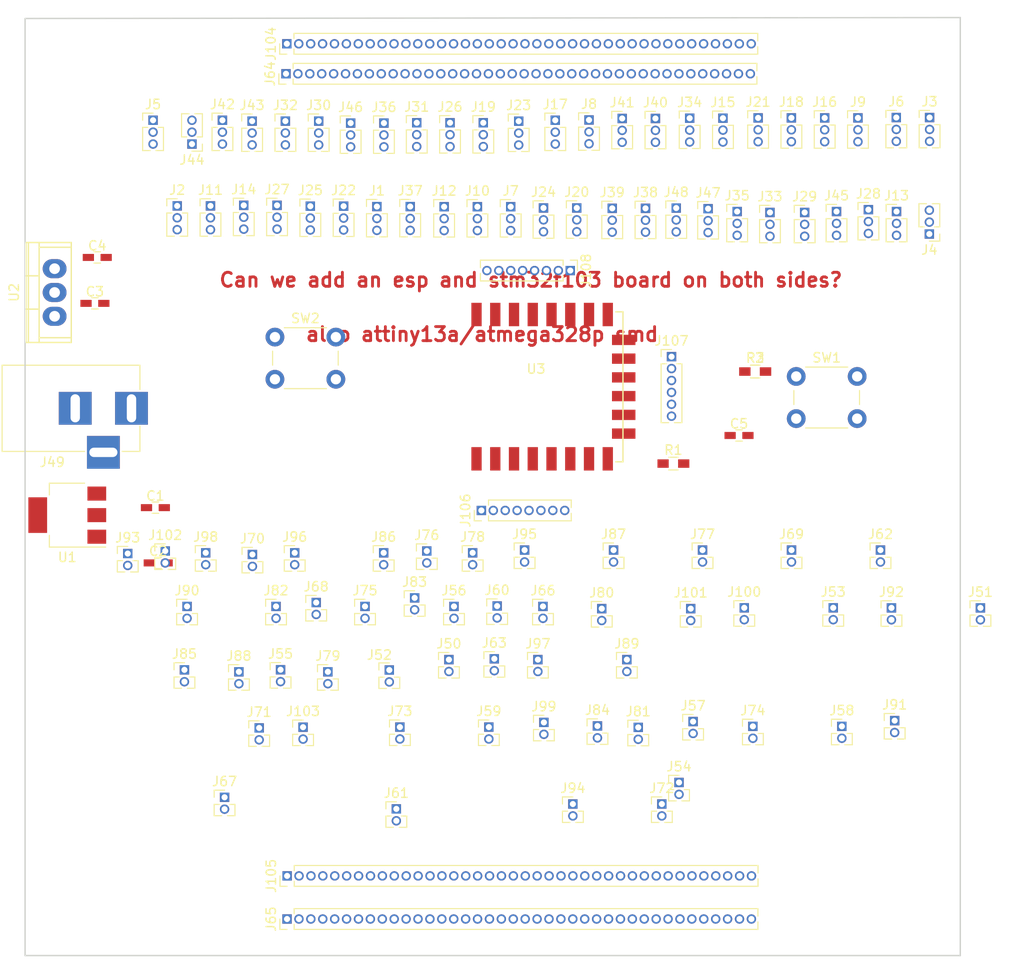
<source format=kicad_pcb>
(kicad_pcb (version 4) (host pcbnew 4.0.7)
  (layers (0 F.Cu signal) (31 B.Cu signal) (34 B.Paste user) (35 F.Paste user) (36 B.SilkS user) (37 F.SilkS user) (38 B.Mask user) (39 F.Mask user) (44 Edge.Cuts user))
  (net 0 "")
  (net 1 "Net-(J1-Pad1)")
  (net 2 "Net-(J2-Pad1)")
  (net 3 "Net-(J3-Pad1)")
  (net 4 "Net-(J4-Pad1)")
  (net 5 "Net-(J5-Pad1)")
  (net 6 "Net-(J6-Pad1)")
  (net 7 "Net-(J7-Pad1)")
  (net 8 "Net-(J8-Pad1)")
  (net 9 "Net-(J9-Pad1)")
  (net 10 "Net-(J10-Pad1)")
  (net 11 "Net-(J11-Pad1)")
  (net 12 "Net-(J12-Pad1)")
  (net 13 "Net-(J13-Pad1)")
  (net 14 "Net-(J14-Pad1)")
  (net 15 "Net-(J15-Pad1)")
  (net 16 "Net-(J16-Pad1)")
  (net 17 "Net-(J17-Pad1)")
  (net 18 "Net-(J18-Pad1)")
  (net 19 "Net-(J19-Pad1)")
  (net 20 "Net-(J20-Pad1)")
  (net 21 "Net-(J21-Pad1)")
  (net 22 "Net-(J22-Pad1)")
  (net 23 "Net-(J23-Pad1)")
  (net 24 "Net-(J24-Pad1)")
  (net 25 "Net-(J25-Pad1)")
  (net 26 "Net-(J26-Pad1)")
  (net 27 "Net-(J27-Pad1)")
  (net 28 "Net-(J28-Pad1)")
  (net 29 "Net-(J29-Pad1)")
  (net 30 "Net-(J30-Pad1)")
  (net 31 "Net-(J31-Pad1)")
  (net 32 "Net-(J32-Pad1)")
  (net 33 "Net-(J33-Pad1)")
  (net 34 "Net-(J34-Pad1)")
  (net 35 "Net-(J35-Pad1)")
  (net 36 "Net-(J36-Pad1)")
  (net 37 "Net-(J37-Pad1)")
  (net 38 "Net-(J38-Pad1)")
  (net 39 "Net-(J39-Pad1)")
  (net 40 "Net-(J40-Pad1)")
  (net 41 "Net-(J41-Pad1)")
  (net 42 "Net-(J42-Pad1)")
  (net 43 "Net-(J43-Pad1)")
  (net 44 "Net-(J44-Pad1)")
  (net 45 "Net-(J45-Pad1)")
  (net 46 "Net-(J46-Pad1)")
  (net 47 "Net-(J47-Pad1)")
  (net 48 "Net-(J48-Pad1)")
  (net 49 VCC)
  (net 50 GND)
  (net 51 "Net-(J50-Pad1)")
  (net 52 "Net-(J51-Pad1)")
  (net 53 "Net-(J52-Pad1)")
  (net 54 "Net-(J53-Pad1)")
  (net 55 "Net-(J54-Pad1)")
  (net 56 "Net-(J55-Pad1)")
  (net 57 "Net-(J56-Pad1)")
  (net 58 "Net-(J57-Pad1)")
  (net 59 "Net-(J58-Pad1)")
  (net 60 "Net-(J59-Pad1)")
  (net 61 "Net-(J60-Pad1)")
  (net 62 "Net-(J61-Pad1)")
  (net 63 "Net-(J62-Pad1)")
  (net 64 "Net-(J63-Pad1)")
  (net 65 /V5v)
  (net 66 "Net-(J66-Pad1)")
  (net 67 "Net-(J67-Pad1)")
  (net 68 "Net-(J68-Pad1)")
  (net 69 "Net-(J69-Pad1)")
  (net 70 "Net-(J70-Pad1)")
  (net 71 "Net-(J71-Pad1)")
  (net 72 "Net-(J72-Pad1)")
  (net 73 "Net-(J73-Pad1)")
  (net 74 "Net-(J74-Pad1)")
  (net 75 "Net-(J75-Pad1)")
  (net 76 "Net-(J76-Pad1)")
  (net 77 "Net-(J77-Pad1)")
  (net 78 "Net-(J78-Pad1)")
  (net 79 "Net-(J79-Pad1)")
  (net 80 "Net-(J80-Pad1)")
  (net 81 "Net-(J81-Pad1)")
  (net 82 "Net-(J82-Pad1)")
  (net 83 "Net-(J83-Pad1)")
  (net 84 "Net-(J84-Pad1)")
  (net 85 "Net-(J85-Pad1)")
  (net 86 "Net-(J86-Pad1)")
  (net 87 "Net-(J87-Pad1)")
  (net 88 "Net-(J88-Pad1)")
  (net 89 "Net-(J89-Pad1)")
  (net 90 "Net-(J90-Pad1)")
  (net 91 "Net-(J91-Pad1)")
  (net 92 "Net-(J92-Pad1)")
  (net 93 "Net-(J93-Pad1)")
  (net 94 "Net-(J94-Pad1)")
  (net 95 "Net-(J95-Pad1)")
  (net 96 "Net-(J96-Pad1)")
  (net 97 "Net-(J97-Pad1)")
  (net 98 "Net-(J98-Pad1)")
  (net 99 "Net-(J99-Pad1)")
  (net 100 "Net-(J100-Pad1)")
  (net 101 "Net-(J101-Pad1)")
  (net 102 "Net-(J102-Pad1)")
  (net 103 "Net-(J103-Pad1)")
  (net 104 /V3.3v)
  (net 105 "Net-(U1-Pad4)")
  (net 106 "Net-(J106-Pad1)")
  (net 107 "Net-(J106-Pad2)")
  (net 108 "Net-(J106-Pad3)")
  (net 109 "Net-(J106-Pad4)")
  (net 110 "Net-(J106-Pad5)")
  (net 111 "Net-(J106-Pad6)")
  (net 112 "Net-(J106-Pad7)")
  (net 113 "Net-(J107-Pad1)")
  (net 114 "Net-(J107-Pad2)")
  (net 115 "Net-(J107-Pad3)")
  (net 116 "Net-(J107-Pad4)")
  (net 117 "Net-(J107-Pad5)")
  (net 118 "Net-(J107-Pad6)")
  (net 119 "Net-(J108-Pad2)")
  (net 120 "Net-(J108-Pad3)")
  (net 121 "Net-(J108-Pad4)")
  (net 122 "Net-(J108-Pad5)")
  (net 123 "Net-(J108-Pad6)")
  (net 124 "Net-(J108-Pad7)")
  (net 125 "Net-(J108-Pad8)")
  (module Pin_Headers:Pin_Header_Straight_1x03_Pitch1.27mm (layer F.Cu) (at 122.775001 52.57)
    (fp_text reference J1 (at 0 -1.695) (layer F.SilkS))
    (fp_text value 1)
    (pad 1 thru_hole rect (at 0 0) (size 1 1) (drill 0.65) (layers *.Cu *.Mask) (net 1 "Net-(J1-Pad1)"))
    (pad 2 thru_hole oval (at 0 1.27) (size 1 1) (drill 0.65) (layers *.Cu *.Mask) (net 1 "Net-(J1-Pad1)"))
    (pad 3 thru_hole oval (at 0 2.54) (size 1 1) (drill 0.65) (layers *.Cu *.Mask) (net 1 "Net-(J1-Pad1)"))
  )
  (module Pin_Headers:Pin_Header_Straight_1x03_Pitch1.27mm (layer F.Cu) (at 101.475001 52.5)
    (fp_text reference J2 (at 0 -1.695) (layer F.SilkS))
    (fp_text value 1)
    (pad 1 thru_hole rect (at 0 0) (size 1 1) (drill 0.65) (layers *.Cu *.Mask) (net 2 "Net-(J2-Pad1)"))
    (pad 2 thru_hole oval (at 0 1.27) (size 1 1) (drill 0.65) (layers *.Cu *.Mask) (net 2 "Net-(J2-Pad1)"))
    (pad 3 thru_hole oval (at 0 2.54) (size 1 1) (drill 0.65) (layers *.Cu *.Mask) (net 2 "Net-(J2-Pad1)"))
  )
  (module Pin_Headers:Pin_Header_Straight_1x03_Pitch1.27mm (layer F.Cu) (at 181.725001 43.07)
    (fp_text reference J3 (at 0 -1.695) (layer F.SilkS))
    (fp_text value 2)
    (pad 1 thru_hole rect (at 0 0) (size 1 1) (drill 0.65) (layers *.Cu *.Mask) (net 3 "Net-(J3-Pad1)"))
    (pad 2 thru_hole oval (at 0 1.27) (size 1 1) (drill 0.65) (layers *.Cu *.Mask) (net 3 "Net-(J3-Pad1)"))
    (pad 3 thru_hole oval (at 0 2.54) (size 1 1) (drill 0.65) (layers *.Cu *.Mask) (net 3 "Net-(J3-Pad1)"))
  )
  (module Pin_Headers:Pin_Header_Straight_1x03_Pitch1.27mm (layer F.Cu) (at 181.7 55.5 180)
    (fp_text reference J4 (at 0 -1.695 180) (layer F.SilkS))
    (fp_text value 2)
    (pad 1 thru_hole rect (at 0 0 180) (size 1 1) (drill 0.65) (layers *.Cu *.Mask) (net 4 "Net-(J4-Pad1)"))
    (pad 2 thru_hole oval (at 0 1.27 180) (size 1 1) (drill 0.65) (layers *.Cu *.Mask) (net 4 "Net-(J4-Pad1)"))
    (pad 3 thru_hole oval (at 0 2.54 180) (size 1 1) (drill 0.65) (layers *.Cu *.Mask) (net 4 "Net-(J4-Pad1)"))
  )
  (module Pin_Headers:Pin_Header_Straight_1x03_Pitch1.27mm (layer F.Cu) (at 98.9 43.36)
    (fp_text reference J5 (at 0 -1.695) (layer F.SilkS))
    (fp_text value 3)
    (pad 1 thru_hole rect (at 0 0) (size 1 1) (drill 0.65) (layers *.Cu *.Mask) (net 5 "Net-(J5-Pad1)"))
    (pad 2 thru_hole oval (at 0 1.27) (size 1 1) (drill 0.65) (layers *.Cu *.Mask) (net 5 "Net-(J5-Pad1)"))
    (pad 3 thru_hole oval (at 0 2.54) (size 1 1) (drill 0.65) (layers *.Cu *.Mask) (net 5 "Net-(J5-Pad1)"))
  )
  (module Pin_Headers:Pin_Header_Straight_1x03_Pitch1.27mm (layer F.Cu) (at 178.175001 43.07)
    (fp_text reference J6 (at 0 -1.695) (layer F.SilkS))
    (fp_text value 3)
    (pad 1 thru_hole rect (at 0 0) (size 1 1) (drill 0.65) (layers *.Cu *.Mask) (net 6 "Net-(J6-Pad1)"))
    (pad 2 thru_hole oval (at 0 1.27) (size 1 1) (drill 0.65) (layers *.Cu *.Mask) (net 6 "Net-(J6-Pad1)"))
    (pad 3 thru_hole oval (at 0 2.54) (size 1 1) (drill 0.65) (layers *.Cu *.Mask) (net 6 "Net-(J6-Pad1)"))
  )
  (module Pin_Headers:Pin_Header_Straight_1x03_Pitch1.27mm (layer F.Cu) (at 137.045001 52.59)
    (fp_text reference J7 (at 0 -1.695) (layer F.SilkS))
    (fp_text value 1)
    (pad 1 thru_hole rect (at 0 0) (size 1 1) (drill 0.65) (layers *.Cu *.Mask) (net 7 "Net-(J7-Pad1)"))
    (pad 2 thru_hole oval (at 0 1.27) (size 1 1) (drill 0.65) (layers *.Cu *.Mask) (net 7 "Net-(J7-Pad1)"))
    (pad 3 thru_hole oval (at 0 2.54) (size 1 1) (drill 0.65) (layers *.Cu *.Mask) (net 7 "Net-(J7-Pad1)"))
  )
  (module Pin_Headers:Pin_Header_Straight_1x03_Pitch1.27mm (layer F.Cu) (at 145.4 43.33)
    (fp_text reference J8 (at 0 -1.695) (layer F.SilkS))
    (fp_text value 1)
    (pad 1 thru_hole rect (at 0 0) (size 1 1) (drill 0.65) (layers *.Cu *.Mask) (net 8 "Net-(J8-Pad1)"))
    (pad 2 thru_hole oval (at 0 1.27) (size 1 1) (drill 0.65) (layers *.Cu *.Mask) (net 8 "Net-(J8-Pad1)"))
    (pad 3 thru_hole oval (at 0 2.54) (size 1 1) (drill 0.65) (layers *.Cu *.Mask) (net 8 "Net-(J8-Pad1)"))
  )
  (module Pin_Headers:Pin_Header_Straight_1x03_Pitch1.27mm (layer F.Cu) (at 174.085001 43.11)
    (fp_text reference J9 (at 0 -1.695) (layer F.SilkS))
    (fp_text value 2)
    (pad 1 thru_hole rect (at 0 0) (size 1 1) (drill 0.65) (layers *.Cu *.Mask) (net 9 "Net-(J9-Pad1)"))
    (pad 2 thru_hole oval (at 0 1.27) (size 1 1) (drill 0.65) (layers *.Cu *.Mask) (net 9 "Net-(J9-Pad1)"))
    (pad 3 thru_hole oval (at 0 2.54) (size 1 1) (drill 0.65) (layers *.Cu *.Mask) (net 9 "Net-(J9-Pad1)"))
  )
  (module Pin_Headers:Pin_Header_Straight_1x03_Pitch1.27mm (layer F.Cu) (at 133.495001 52.59)
    (fp_text reference J10 (at 0 -1.695) (layer F.SilkS))
    (fp_text value 2)
    (pad 1 thru_hole rect (at 0 0) (size 1 1) (drill 0.65) (layers *.Cu *.Mask) (net 10 "Net-(J10-Pad1)"))
    (pad 2 thru_hole oval (at 0 1.27) (size 1 1) (drill 0.65) (layers *.Cu *.Mask) (net 10 "Net-(J10-Pad1)"))
    (pad 3 thru_hole oval (at 0 2.54) (size 1 1) (drill 0.65) (layers *.Cu *.Mask) (net 10 "Net-(J10-Pad1)"))
  )
  (module Pin_Headers:Pin_Header_Straight_1x03_Pitch1.27mm (layer F.Cu) (at 105.025001 52.5)
    (fp_text reference J11 (at 0 -1.695) (layer F.SilkS))
    (fp_text value 3)
    (pad 1 thru_hole rect (at 0 0) (size 1 1) (drill 0.65) (layers *.Cu *.Mask) (net 11 "Net-(J11-Pad1)"))
    (pad 2 thru_hole oval (at 0 1.27) (size 1 1) (drill 0.65) (layers *.Cu *.Mask) (net 11 "Net-(J11-Pad1)"))
    (pad 3 thru_hole oval (at 0 2.54) (size 1 1) (drill 0.65) (layers *.Cu *.Mask) (net 11 "Net-(J11-Pad1)"))
  )
  (module Pin_Headers:Pin_Header_Straight_1x03_Pitch1.27mm (layer F.Cu) (at 129.945001 52.59)
    (fp_text reference J12 (at 0 -1.695) (layer F.SilkS))
    (fp_text value 3)
    (pad 1 thru_hole rect (at 0 0) (size 1 1) (drill 0.65) (layers *.Cu *.Mask) (net 12 "Net-(J12-Pad1)"))
    (pad 2 thru_hole oval (at 0 1.27) (size 1 1) (drill 0.65) (layers *.Cu *.Mask) (net 12 "Net-(J12-Pad1)"))
    (pad 3 thru_hole oval (at 0 2.54) (size 1 1) (drill 0.65) (layers *.Cu *.Mask) (net 12 "Net-(J12-Pad1)"))
  )
  (module Pin_Headers:Pin_Header_Straight_1x03_Pitch1.27mm (layer F.Cu) (at 178.2 53.1)
    (fp_text reference J13 (at 0 -1.695) (layer F.SilkS))
    (fp_text value 1)
    (pad 1 thru_hole rect (at 0 0) (size 1 1) (drill 0.65) (layers *.Cu *.Mask) (net 13 "Net-(J13-Pad1)"))
    (pad 2 thru_hole oval (at 0 1.27) (size 1 1) (drill 0.65) (layers *.Cu *.Mask) (net 13 "Net-(J13-Pad1)"))
    (pad 3 thru_hole oval (at 0 2.54) (size 1 1) (drill 0.65) (layers *.Cu *.Mask) (net 13 "Net-(J13-Pad1)"))
  )
  (module Pin_Headers:Pin_Header_Straight_1x03_Pitch1.27mm (layer F.Cu) (at 108.575001 52.44)
    (fp_text reference J14 (at 0 -1.695) (layer F.SilkS))
    (fp_text value 1)
    (pad 1 thru_hole rect (at 0 0) (size 1 1) (drill 0.65) (layers *.Cu *.Mask) (net 14 "Net-(J14-Pad1)"))
    (pad 2 thru_hole oval (at 0 1.27) (size 1 1) (drill 0.65) (layers *.Cu *.Mask) (net 14 "Net-(J14-Pad1)"))
    (pad 3 thru_hole oval (at 0 2.54) (size 1 1) (drill 0.65) (layers *.Cu *.Mask) (net 14 "Net-(J14-Pad1)"))
  )
  (module Pin_Headers:Pin_Header_Straight_1x03_Pitch1.27mm (layer F.Cu) (at 159.685001 43.14)
    (fp_text reference J15 (at 0 -1.695) (layer F.SilkS))
    (fp_text value 2)
    (pad 1 thru_hole rect (at 0 0) (size 1 1) (drill 0.65) (layers *.Cu *.Mask) (net 15 "Net-(J15-Pad1)"))
    (pad 2 thru_hole oval (at 0 1.27) (size 1 1) (drill 0.65) (layers *.Cu *.Mask) (net 15 "Net-(J15-Pad1)"))
    (pad 3 thru_hole oval (at 0 2.54) (size 1 1) (drill 0.65) (layers *.Cu *.Mask) (net 15 "Net-(J15-Pad1)"))
  )
  (module Pin_Headers:Pin_Header_Straight_1x03_Pitch1.27mm (layer F.Cu) (at 170.535001 43.11)
    (fp_text reference J16 (at 0 -1.695) (layer F.SilkS))
    (fp_text value 2)
    (pad 1 thru_hole rect (at 0 0) (size 1 1) (drill 0.65) (layers *.Cu *.Mask) (net 16 "Net-(J16-Pad1)"))
    (pad 2 thru_hole oval (at 0 1.27) (size 1 1) (drill 0.65) (layers *.Cu *.Mask) (net 16 "Net-(J16-Pad1)"))
    (pad 3 thru_hole oval (at 0 2.54) (size 1 1) (drill 0.65) (layers *.Cu *.Mask) (net 16 "Net-(J16-Pad1)"))
  )
  (module Pin_Headers:Pin_Header_Straight_1x03_Pitch1.27mm (layer F.Cu) (at 141.8 43.36)
    (fp_text reference J17 (at 0 -1.695) (layer F.SilkS))
    (fp_text value 3)
    (pad 1 thru_hole rect (at 0 0) (size 1 1) (drill 0.65) (layers *.Cu *.Mask) (net 17 "Net-(J17-Pad1)"))
    (pad 2 thru_hole oval (at 0 1.27) (size 1 1) (drill 0.65) (layers *.Cu *.Mask) (net 17 "Net-(J17-Pad1)"))
    (pad 3 thru_hole oval (at 0 2.54) (size 1 1) (drill 0.65) (layers *.Cu *.Mask) (net 17 "Net-(J17-Pad1)"))
  )
  (module Pin_Headers:Pin_Header_Straight_1x03_Pitch1.27mm (layer F.Cu) (at 166.985001 43.11)
    (fp_text reference J18 (at 0 -1.695) (layer F.SilkS))
    (fp_text value 3)
    (pad 1 thru_hole rect (at 0 0) (size 1 1) (drill 0.65) (layers *.Cu *.Mask) (net 18 "Net-(J18-Pad1)"))
    (pad 2 thru_hole oval (at 0 1.27) (size 1 1) (drill 0.65) (layers *.Cu *.Mask) (net 18 "Net-(J18-Pad1)"))
    (pad 3 thru_hole oval (at 0 2.54) (size 1 1) (drill 0.65) (layers *.Cu *.Mask) (net 18 "Net-(J18-Pad1)"))
  )
  (module Pin_Headers:Pin_Header_Straight_1x03_Pitch1.27mm (layer F.Cu) (at 134.125001 43.63)
    (fp_text reference J19 (at 0 -1.695) (layer F.SilkS))
    (fp_text value 1)
    (pad 1 thru_hole rect (at 0 0) (size 1 1) (drill 0.65) (layers *.Cu *.Mask) (net 19 "Net-(J19-Pad1)"))
    (pad 2 thru_hole oval (at 0 1.27) (size 1 1) (drill 0.65) (layers *.Cu *.Mask) (net 19 "Net-(J19-Pad1)"))
    (pad 3 thru_hole oval (at 0 2.54) (size 1 1) (drill 0.65) (layers *.Cu *.Mask) (net 19 "Net-(J19-Pad1)"))
  )
  (module Pin_Headers:Pin_Header_Straight_1x03_Pitch1.27mm (layer F.Cu) (at 144.095001 52.72)
    (fp_text reference J20 (at 0 -1.695) (layer F.SilkS))
    (fp_text value 1)
    (pad 1 thru_hole rect (at 0 0) (size 1 1) (drill 0.65) (layers *.Cu *.Mask) (net 20 "Net-(J20-Pad1)"))
    (pad 2 thru_hole oval (at 0 1.27) (size 1 1) (drill 0.65) (layers *.Cu *.Mask) (net 20 "Net-(J20-Pad1)"))
    (pad 3 thru_hole oval (at 0 2.54) (size 1 1) (drill 0.65) (layers *.Cu *.Mask) (net 20 "Net-(J20-Pad1)"))
  )
  (module Pin_Headers:Pin_Header_Straight_1x03_Pitch1.27mm (layer F.Cu) (at 163.435001 43.11)
    (fp_text reference J21 (at 0 -1.695) (layer F.SilkS))
    (fp_text value 2)
    (pad 1 thru_hole rect (at 0 0) (size 1 1) (drill 0.65) (layers *.Cu *.Mask) (net 21 "Net-(J21-Pad1)"))
    (pad 2 thru_hole oval (at 0 1.27) (size 1 1) (drill 0.65) (layers *.Cu *.Mask) (net 21 "Net-(J21-Pad1)"))
    (pad 3 thru_hole oval (at 0 2.54) (size 1 1) (drill 0.65) (layers *.Cu *.Mask) (net 21 "Net-(J21-Pad1)"))
  )
  (module Pin_Headers:Pin_Header_Straight_1x03_Pitch1.27mm (layer F.Cu) (at 119.225001 52.53)
    (fp_text reference J22 (at 0 -1.695) (layer F.SilkS))
    (fp_text value 2)
    (pad 1 thru_hole rect (at 0 0) (size 1 1) (drill 0.65) (layers *.Cu *.Mask) (net 22 "Net-(J22-Pad1)"))
    (pad 2 thru_hole oval (at 0 1.27) (size 1 1) (drill 0.65) (layers *.Cu *.Mask) (net 22 "Net-(J22-Pad1)"))
    (pad 3 thru_hole oval (at 0 2.54) (size 1 1) (drill 0.65) (layers *.Cu *.Mask) (net 22 "Net-(J22-Pad1)"))
  )
  (module Pin_Headers:Pin_Header_Straight_1x03_Pitch1.27mm (layer F.Cu) (at 137.9 43.46)
    (fp_text reference J23 (at 0 -1.695) (layer F.SilkS))
    (fp_text value 3)
    (pad 1 thru_hole rect (at 0 0) (size 1 1) (drill 0.65) (layers *.Cu *.Mask) (net 23 "Net-(J23-Pad1)"))
    (pad 2 thru_hole oval (at 0 1.27) (size 1 1) (drill 0.65) (layers *.Cu *.Mask) (net 23 "Net-(J23-Pad1)"))
    (pad 3 thru_hole oval (at 0 2.54) (size 1 1) (drill 0.65) (layers *.Cu *.Mask) (net 23 "Net-(J23-Pad1)"))
  )
  (module Pin_Headers:Pin_Header_Straight_1x03_Pitch1.27mm (layer F.Cu) (at 140.545001 52.72)
    (fp_text reference J24 (at 0 -1.695) (layer F.SilkS))
    (fp_text value 3)
    (pad 1 thru_hole rect (at 0 0) (size 1 1) (drill 0.65) (layers *.Cu *.Mask) (net 24 "Net-(J24-Pad1)"))
    (pad 2 thru_hole oval (at 0 1.27) (size 1 1) (drill 0.65) (layers *.Cu *.Mask) (net 24 "Net-(J24-Pad1)"))
    (pad 3 thru_hole oval (at 0 2.54) (size 1 1) (drill 0.65) (layers *.Cu *.Mask) (net 24 "Net-(J24-Pad1)"))
  )
  (module Pin_Headers:Pin_Header_Straight_1x03_Pitch1.27mm (layer F.Cu) (at 115.675001 52.53)
    (fp_text reference J25 (at 0 -1.695) (layer F.SilkS))
    (fp_text value 1)
    (pad 1 thru_hole rect (at 0 0) (size 1 1) (drill 0.65) (layers *.Cu *.Mask) (net 25 "Net-(J25-Pad1)"))
    (pad 2 thru_hole oval (at 0 1.27) (size 1 1) (drill 0.65) (layers *.Cu *.Mask) (net 25 "Net-(J25-Pad1)"))
    (pad 3 thru_hole oval (at 0 2.54) (size 1 1) (drill 0.65) (layers *.Cu *.Mask) (net 25 "Net-(J25-Pad1)"))
  )
  (module Pin_Headers:Pin_Header_Straight_1x03_Pitch1.27mm (layer F.Cu) (at 130.575001 43.63)
    (fp_text reference J26 (at 0 -1.695) (layer F.SilkS))
    (fp_text value 1)
    (pad 1 thru_hole rect (at 0 0) (size 1 1) (drill 0.65) (layers *.Cu *.Mask) (net 26 "Net-(J26-Pad1)"))
    (pad 2 thru_hole oval (at 0 1.27) (size 1 1) (drill 0.65) (layers *.Cu *.Mask) (net 26 "Net-(J26-Pad1)"))
    (pad 3 thru_hole oval (at 0 2.54) (size 1 1) (drill 0.65) (layers *.Cu *.Mask) (net 26 "Net-(J26-Pad1)"))
  )
  (module Pin_Headers:Pin_Header_Straight_1x03_Pitch1.27mm (layer F.Cu) (at 112.125001 52.44)
    (fp_text reference J27 (at 0 -1.695) (layer F.SilkS))
    (fp_text value 2)
    (pad 1 thru_hole rect (at 0 0) (size 1 1) (drill 0.65) (layers *.Cu *.Mask) (net 27 "Net-(J27-Pad1)"))
    (pad 2 thru_hole oval (at 0 1.27) (size 1 1) (drill 0.65) (layers *.Cu *.Mask) (net 27 "Net-(J27-Pad1)"))
    (pad 3 thru_hole oval (at 0 2.54) (size 1 1) (drill 0.65) (layers *.Cu *.Mask) (net 27 "Net-(J27-Pad1)"))
  )
  (module Pin_Headers:Pin_Header_Straight_1x03_Pitch1.27mm (layer F.Cu) (at 175.2 52.9)
    (fp_text reference J28 (at 0 -1.695) (layer F.SilkS))
    (fp_text value 2)
    (pad 1 thru_hole rect (at 0 0) (size 1 1) (drill 0.65) (layers *.Cu *.Mask) (net 28 "Net-(J28-Pad1)"))
    (pad 2 thru_hole oval (at 0 1.27) (size 1 1) (drill 0.65) (layers *.Cu *.Mask) (net 28 "Net-(J28-Pad1)"))
    (pad 3 thru_hole oval (at 0 2.54) (size 1 1) (drill 0.65) (layers *.Cu *.Mask) (net 28 "Net-(J28-Pad1)"))
  )
  (module Pin_Headers:Pin_Header_Straight_1x03_Pitch1.27mm (layer F.Cu) (at 168.4 53.2)
    (fp_text reference J29 (at 0 -1.695) (layer F.SilkS))
    (fp_text value 3)
    (pad 1 thru_hole rect (at 0 0) (size 1 1) (drill 0.65) (layers *.Cu *.Mask) (net 29 "Net-(J29-Pad1)"))
    (pad 2 thru_hole oval (at 0 1.27) (size 1 1) (drill 0.65) (layers *.Cu *.Mask) (net 29 "Net-(J29-Pad1)"))
    (pad 3 thru_hole oval (at 0 2.54) (size 1 1) (drill 0.65) (layers *.Cu *.Mask) (net 29 "Net-(J29-Pad1)"))
  )
  (module Pin_Headers:Pin_Header_Straight_1x03_Pitch1.27mm (layer F.Cu) (at 116.565001 43.45)
    (fp_text reference J30 (at 0 -1.695) (layer F.SilkS))
    (fp_text value 3)
    (pad 1 thru_hole rect (at 0 0) (size 1 1) (drill 0.65) (layers *.Cu *.Mask) (net 30 "Net-(J30-Pad1)"))
    (pad 2 thru_hole oval (at 0 1.27) (size 1 1) (drill 0.65) (layers *.Cu *.Mask) (net 30 "Net-(J30-Pad1)"))
    (pad 3 thru_hole oval (at 0 2.54) (size 1 1) (drill 0.65) (layers *.Cu *.Mask) (net 30 "Net-(J30-Pad1)"))
  )
  (module Pin_Headers:Pin_Header_Straight_1x03_Pitch1.27mm (layer F.Cu) (at 127.025001 43.63)
    (fp_text reference J31 (at 0 -1.695) (layer F.SilkS))
    (fp_text value 1)
    (pad 1 thru_hole rect (at 0 0) (size 1 1) (drill 0.65) (layers *.Cu *.Mask) (net 31 "Net-(J31-Pad1)"))
    (pad 2 thru_hole oval (at 0 1.27) (size 1 1) (drill 0.65) (layers *.Cu *.Mask) (net 31 "Net-(J31-Pad1)"))
    (pad 3 thru_hole oval (at 0 2.54) (size 1 1) (drill 0.65) (layers *.Cu *.Mask) (net 31 "Net-(J31-Pad1)"))
  )
  (module Pin_Headers:Pin_Header_Straight_1x03_Pitch1.27mm (layer F.Cu) (at 113.015001 43.45)
    (fp_text reference J32 (at 0 -1.695) (layer F.SilkS))
    (fp_text value 1)
    (pad 1 thru_hole rect (at 0 0) (size 1 1) (drill 0.65) (layers *.Cu *.Mask) (net 32 "Net-(J32-Pad1)"))
    (pad 2 thru_hole oval (at 0 1.27) (size 1 1) (drill 0.65) (layers *.Cu *.Mask) (net 32 "Net-(J32-Pad1)"))
    (pad 3 thru_hole oval (at 0 2.54) (size 1 1) (drill 0.65) (layers *.Cu *.Mask) (net 32 "Net-(J32-Pad1)"))
  )
  (module Pin_Headers:Pin_Header_Straight_1x03_Pitch1.27mm (layer F.Cu) (at 164.7 53.2)
    (fp_text reference J33 (at 0 -1.695) (layer F.SilkS))
    (fp_text value 2)
    (pad 1 thru_hole rect (at 0 0) (size 1 1) (drill 0.65) (layers *.Cu *.Mask) (net 33 "Net-(J33-Pad1)"))
    (pad 2 thru_hole oval (at 0 1.27) (size 1 1) (drill 0.65) (layers *.Cu *.Mask) (net 33 "Net-(J33-Pad1)"))
    (pad 3 thru_hole oval (at 0 2.54) (size 1 1) (drill 0.65) (layers *.Cu *.Mask) (net 33 "Net-(J33-Pad1)"))
  )
  (module Pin_Headers:Pin_Header_Straight_1x03_Pitch1.27mm (layer F.Cu) (at 156.135001 43.14)
    (fp_text reference J34 (at 0 -1.695) (layer F.SilkS))
    (fp_text value 2)
    (pad 1 thru_hole rect (at 0 0) (size 1 1) (drill 0.65) (layers *.Cu *.Mask) (net 34 "Net-(J34-Pad1)"))
    (pad 2 thru_hole oval (at 0 1.27) (size 1 1) (drill 0.65) (layers *.Cu *.Mask) (net 34 "Net-(J34-Pad1)"))
    (pad 3 thru_hole oval (at 0 2.54) (size 1 1) (drill 0.65) (layers *.Cu *.Mask) (net 34 "Net-(J34-Pad1)"))
  )
  (module Pin_Headers:Pin_Header_Straight_1x03_Pitch1.27mm (layer F.Cu) (at 161.2 53.1)
    (fp_text reference J35 (at 0 -1.695) (layer F.SilkS))
    (fp_text value 3)
    (pad 1 thru_hole rect (at 0 0) (size 1 1) (drill 0.65) (layers *.Cu *.Mask) (net 35 "Net-(J35-Pad1)"))
    (pad 2 thru_hole oval (at 0 1.27) (size 1 1) (drill 0.65) (layers *.Cu *.Mask) (net 35 "Net-(J35-Pad1)"))
    (pad 3 thru_hole oval (at 0 2.54) (size 1 1) (drill 0.65) (layers *.Cu *.Mask) (net 35 "Net-(J35-Pad1)"))
  )
  (module Pin_Headers:Pin_Header_Straight_1x03_Pitch1.27mm (layer F.Cu) (at 123.525001 43.66)
    (fp_text reference J36 (at 0 -1.695) (layer F.SilkS))
    (fp_text value 3)
    (pad 1 thru_hole rect (at 0 0) (size 1 1) (drill 0.65) (layers *.Cu *.Mask) (net 36 "Net-(J36-Pad1)"))
    (pad 2 thru_hole oval (at 0 1.27) (size 1 1) (drill 0.65) (layers *.Cu *.Mask) (net 36 "Net-(J36-Pad1)"))
    (pad 3 thru_hole oval (at 0 2.54) (size 1 1) (drill 0.65) (layers *.Cu *.Mask) (net 36 "Net-(J36-Pad1)"))
  )
  (module Pin_Headers:Pin_Header_Straight_1x03_Pitch1.27mm (layer F.Cu) (at 126.325001 52.57)
    (fp_text reference J37 (at 0 -1.695) (layer F.SilkS))
    (fp_text value 1)
    (pad 1 thru_hole rect (at 0 0) (size 1 1) (drill 0.65) (layers *.Cu *.Mask) (net 37 "Net-(J37-Pad1)"))
    (pad 2 thru_hole oval (at 0 1.27) (size 1 1) (drill 0.65) (layers *.Cu *.Mask) (net 37 "Net-(J37-Pad1)"))
    (pad 3 thru_hole oval (at 0 2.54) (size 1 1) (drill 0.65) (layers *.Cu *.Mask) (net 37 "Net-(J37-Pad1)"))
  )
  (module Pin_Headers:Pin_Header_Straight_1x03_Pitch1.27mm (layer F.Cu) (at 151.425001 52.76)
    (fp_text reference J38 (at 0 -1.695) (layer F.SilkS))
    (fp_text value 1)
    (pad 1 thru_hole rect (at 0 0) (size 1 1) (drill 0.65) (layers *.Cu *.Mask) (net 38 "Net-(J38-Pad1)"))
    (pad 2 thru_hole oval (at 0 1.27) (size 1 1) (drill 0.65) (layers *.Cu *.Mask) (net 38 "Net-(J38-Pad1)"))
    (pad 3 thru_hole oval (at 0 2.54) (size 1 1) (drill 0.65) (layers *.Cu *.Mask) (net 38 "Net-(J38-Pad1)"))
  )
  (module Pin_Headers:Pin_Header_Straight_1x03_Pitch1.27mm (layer F.Cu) (at 147.875001 52.76)
    (fp_text reference J39 (at 0 -1.695) (layer F.SilkS))
    (fp_text value 2)
    (pad 1 thru_hole rect (at 0 0) (size 1 1) (drill 0.65) (layers *.Cu *.Mask) (net 39 "Net-(J39-Pad1)"))
    (pad 2 thru_hole oval (at 0 1.27) (size 1 1) (drill 0.65) (layers *.Cu *.Mask) (net 39 "Net-(J39-Pad1)"))
    (pad 3 thru_hole oval (at 0 2.54) (size 1 1) (drill 0.65) (layers *.Cu *.Mask) (net 39 "Net-(J39-Pad1)"))
  )
  (module Pin_Headers:Pin_Header_Straight_1x03_Pitch1.27mm (layer F.Cu) (at 152.485001 43.17)
    (fp_text reference J40 (at 0 -1.695) (layer F.SilkS))
    (fp_text value 2)
    (pad 1 thru_hole rect (at 0 0) (size 1 1) (drill 0.65) (layers *.Cu *.Mask) (net 40 "Net-(J40-Pad1)"))
    (pad 2 thru_hole oval (at 0 1.27) (size 1 1) (drill 0.65) (layers *.Cu *.Mask) (net 40 "Net-(J40-Pad1)"))
    (pad 3 thru_hole oval (at 0 2.54) (size 1 1) (drill 0.65) (layers *.Cu *.Mask) (net 40 "Net-(J40-Pad1)"))
  )
  (module Pin_Headers:Pin_Header_Straight_1x03_Pitch1.27mm (layer F.Cu) (at 148.935001 43.17)
    (fp_text reference J41 (at 0 -1.695) (layer F.SilkS))
    (fp_text value 3)
    (pad 1 thru_hole rect (at 0 0) (size 1 1) (drill 0.65) (layers *.Cu *.Mask) (net 41 "Net-(J41-Pad1)"))
    (pad 2 thru_hole oval (at 0 1.27) (size 1 1) (drill 0.65) (layers *.Cu *.Mask) (net 41 "Net-(J41-Pad1)"))
    (pad 3 thru_hole oval (at 0 2.54) (size 1 1) (drill 0.65) (layers *.Cu *.Mask) (net 41 "Net-(J41-Pad1)"))
  )
  (module Pin_Headers:Pin_Header_Straight_1x03_Pitch1.27mm (layer F.Cu) (at 106.3 43.36)
    (fp_text reference J42 (at 0 -1.695) (layer F.SilkS))
    (fp_text value 3)
    (pad 1 thru_hole rect (at 0 0) (size 1 1) (drill 0.65) (layers *.Cu *.Mask) (net 42 "Net-(J42-Pad1)"))
    (pad 2 thru_hole oval (at 0 1.27) (size 1 1) (drill 0.65) (layers *.Cu *.Mask) (net 42 "Net-(J42-Pad1)"))
    (pad 3 thru_hole oval (at 0 2.54) (size 1 1) (drill 0.65) (layers *.Cu *.Mask) (net 42 "Net-(J42-Pad1)"))
  )
  (module Pin_Headers:Pin_Header_Straight_1x03_Pitch1.27mm (layer F.Cu) (at 109.465001 43.45)
    (fp_text reference J43 (at 0 -1.695) (layer F.SilkS))
    (fp_text value 1)
    (pad 1 thru_hole rect (at 0 0) (size 1 1) (drill 0.65) (layers *.Cu *.Mask) (net 43 "Net-(J43-Pad1)"))
    (pad 2 thru_hole oval (at 0 1.27) (size 1 1) (drill 0.65) (layers *.Cu *.Mask) (net 43 "Net-(J43-Pad1)"))
    (pad 3 thru_hole oval (at 0 2.54) (size 1 1) (drill 0.65) (layers *.Cu *.Mask) (net 43 "Net-(J43-Pad1)"))
  )
  (module Pin_Headers:Pin_Header_Straight_1x03_Pitch1.27mm (layer F.Cu) (at 103.05 45.9 180)
    (fp_text reference J44 (at 0 -1.695 180) (layer F.SilkS))
    (fp_text value 1)
    (pad 1 thru_hole rect (at 0 0 180) (size 1 1) (drill 0.65) (layers *.Cu *.Mask) (net 44 "Net-(J44-Pad1)"))
    (pad 2 thru_hole oval (at 0 1.27 180) (size 1 1) (drill 0.65) (layers *.Cu *.Mask) (net 44 "Net-(J44-Pad1)"))
    (pad 3 thru_hole oval (at 0 2.54 180) (size 1 1) (drill 0.65) (layers *.Cu *.Mask) (net 44 "Net-(J44-Pad1)"))
  )
  (module Pin_Headers:Pin_Header_Straight_1x03_Pitch1.27mm (layer F.Cu) (at 171.8 53.1)
    (fp_text reference J45 (at 0 -1.695) (layer F.SilkS))
    (fp_text value 2)
    (pad 1 thru_hole rect (at 0 0) (size 1 1) (drill 0.65) (layers *.Cu *.Mask) (net 45 "Net-(J45-Pad1)"))
    (pad 2 thru_hole oval (at 0 1.27) (size 1 1) (drill 0.65) (layers *.Cu *.Mask) (net 45 "Net-(J45-Pad1)"))
    (pad 3 thru_hole oval (at 0 2.54) (size 1 1) (drill 0.65) (layers *.Cu *.Mask) (net 45 "Net-(J45-Pad1)"))
  )
  (module Pin_Headers:Pin_Header_Straight_1x03_Pitch1.27mm (layer F.Cu) (at 119.975001 43.66)
    (fp_text reference J46 (at 0 -1.695) (layer F.SilkS))
    (fp_text value 2)
    (pad 1 thru_hole rect (at 0 0) (size 1 1) (drill 0.65) (layers *.Cu *.Mask) (net 46 "Net-(J46-Pad1)"))
    (pad 2 thru_hole oval (at 0 1.27) (size 1 1) (drill 0.65) (layers *.Cu *.Mask) (net 46 "Net-(J46-Pad1)"))
    (pad 3 thru_hole oval (at 0 2.54) (size 1 1) (drill 0.65) (layers *.Cu *.Mask) (net 46 "Net-(J46-Pad1)"))
  )
  (module Pin_Headers:Pin_Header_Straight_1x03_Pitch1.27mm (layer F.Cu) (at 158.1 52.8)
    (fp_text reference J47 (at 0 -1.695) (layer F.SilkS))
    (fp_text value 3)
    (pad 1 thru_hole rect (at 0 0) (size 1 1) (drill 0.65) (layers *.Cu *.Mask) (net 47 "Net-(J47-Pad1)"))
    (pad 2 thru_hole oval (at 0 1.27) (size 1 1) (drill 0.65) (layers *.Cu *.Mask) (net 47 "Net-(J47-Pad1)"))
    (pad 3 thru_hole oval (at 0 2.54) (size 1 1) (drill 0.65) (layers *.Cu *.Mask) (net 47 "Net-(J47-Pad1)"))
  )
  (module Pin_Headers:Pin_Header_Straight_1x03_Pitch1.27mm (layer F.Cu) (at 154.7 52.73)
    (fp_text reference J48 (at 0 -1.695) (layer F.SilkS))
    (fp_text value 3)
    (pad 1 thru_hole rect (at 0 0) (size 1 1) (drill 0.65) (layers *.Cu *.Mask) (net 48 "Net-(J48-Pad1)"))
    (pad 2 thru_hole oval (at 0 1.27) (size 1 1) (drill 0.65) (layers *.Cu *.Mask) (net 48 "Net-(J48-Pad1)"))
    (pad 3 thru_hole oval (at 0 2.54) (size 1 1) (drill 0.65) (layers *.Cu *.Mask) (net 48 "Net-(J48-Pad1)"))
  )
  (module Connectors:BARREL_JACK (layer F.Cu) (at 96.6 74.1)
    (fp_text reference J49 (at -8.45 5.75 180) (layer F.SilkS))
    (fp_text value Barrel_Jack)
    (pad 1 thru_hole rect (at 0 0) (size 3.5 3.5) (drill oval 1 3) (layers *.Cu *.Mask) (net 49 VCC))
    (pad 2 thru_hole rect (at -6 0) (size 3.5 3.5) (drill oval 1 3) (layers *.Cu *.Mask) (net 50 GND))
    (pad 3 thru_hole rect (at -3 4.7) (size 3.5 3.5) (drill oval 3 1) (layers *.Cu *.Mask) (net 50 GND))
  )
  (module Pin_Headers:Pin_Header_Straight_1x02_Pitch1.27mm (layer F.Cu) (at 130.457619 100.92)
    (fp_text reference J50 (at 0 -1.695) (layer F.SilkS))
    (fp_text value Conn_01x02)
    (pad 1 thru_hole rect (at 0 0) (size 1 1) (drill 0.65) (layers *.Cu *.Mask) (net 51 "Net-(J50-Pad1)"))
    (pad 2 thru_hole oval (at 0 1.27) (size 1 1) (drill 0.65) (layers *.Cu *.Mask) (net 51 "Net-(J50-Pad1)"))
  )
  (module Pin_Headers:Pin_Header_Straight_1x02_Pitch1.27mm (layer F.Cu) (at 187.147619 95.4)
    (fp_text reference J51 (at 0 -1.695) (layer F.SilkS))
    (fp_text value Conn_01x02)
    (pad 1 thru_hole rect (at 0 0) (size 1 1) (drill 0.65) (layers *.Cu *.Mask) (net 52 "Net-(J51-Pad1)"))
    (pad 2 thru_hole oval (at 0 1.27) (size 1 1) (drill 0.65) (layers *.Cu *.Mask) (net 52 "Net-(J51-Pad1)"))
  )
  (module Pin_Headers:Pin_Header_Straight_1x02_Pitch1.27mm (layer F.Cu) (at 124.1 102.03)
    (fp_text reference J52 (at -1.057619 -1.61) (layer F.SilkS))
    (fp_text value Conn_01x02)
    (pad 1 thru_hole rect (at 0 0) (size 1 1) (drill 0.65) (layers *.Cu *.Mask) (net 53 "Net-(J52-Pad1)"))
    (pad 2 thru_hole oval (at 0 1.27) (size 1 1) (drill 0.65) (layers *.Cu *.Mask) (net 53 "Net-(J52-Pad1)"))
  )
  (module Pin_Headers:Pin_Header_Straight_1x02_Pitch1.27mm (layer F.Cu) (at 171.447619 95.39)
    (fp_text reference J53 (at 0 -1.695) (layer F.SilkS))
    (fp_text value Conn_01x02)
    (pad 1 thru_hole rect (at 0 0) (size 1 1) (drill 0.65) (layers *.Cu *.Mask) (net 54 "Net-(J53-Pad1)"))
    (pad 2 thru_hole oval (at 0 1.27) (size 1 1) (drill 0.65) (layers *.Cu *.Mask) (net 54 "Net-(J53-Pad1)"))
  )
  (module Pin_Headers:Pin_Header_Straight_1x02_Pitch1.27mm (layer F.Cu) (at 155 114.03)
    (fp_text reference J54 (at 0 -1.695) (layer F.SilkS))
    (fp_text value Conn_01x02)
    (pad 1 thru_hole rect (at 0 0) (size 1 1) (drill 0.65) (layers *.Cu *.Mask) (net 55 "Net-(J54-Pad1)"))
    (pad 2 thru_hole oval (at 0 1.27) (size 1 1) (drill 0.65) (layers *.Cu *.Mask) (net 55 "Net-(J54-Pad1)"))
  )
  (module Pin_Headers:Pin_Header_Straight_1x02_Pitch1.27mm (layer F.Cu) (at 112.5 102)
    (fp_text reference J55 (at 0 -1.695) (layer F.SilkS))
    (fp_text value Conn_01x02)
    (pad 1 thru_hole rect (at 0 0) (size 1 1) (drill 0.65) (layers *.Cu *.Mask) (net 56 "Net-(J55-Pad1)"))
    (pad 2 thru_hole oval (at 0 1.27) (size 1 1) (drill 0.65) (layers *.Cu *.Mask) (net 56 "Net-(J55-Pad1)"))
  )
  (module Pin_Headers:Pin_Header_Straight_1x02_Pitch1.27mm (layer F.Cu) (at 130.997619 95.24)
    (fp_text reference J56 (at 0 -1.695) (layer F.SilkS))
    (fp_text value Conn_01x02)
    (pad 1 thru_hole rect (at 0 0) (size 1 1) (drill 0.65) (layers *.Cu *.Mask) (net 57 "Net-(J56-Pad1)"))
    (pad 2 thru_hole oval (at 0 1.27) (size 1 1) (drill 0.65) (layers *.Cu *.Mask) (net 57 "Net-(J56-Pad1)"))
  )
  (module Pin_Headers:Pin_Header_Straight_1x02_Pitch1.27mm (layer F.Cu) (at 156.5 107.53)
    (fp_text reference J57 (at 0 -1.695) (layer F.SilkS))
    (fp_text value Conn_01x02)
    (pad 1 thru_hole rect (at 0 0) (size 1 1) (drill 0.65) (layers *.Cu *.Mask) (net 58 "Net-(J57-Pad1)"))
    (pad 2 thru_hole oval (at 0 1.27) (size 1 1) (drill 0.65) (layers *.Cu *.Mask) (net 58 "Net-(J57-Pad1)"))
  )
  (module Pin_Headers:Pin_Header_Straight_1x02_Pitch1.27mm (layer F.Cu) (at 172.367619 108.04)
    (fp_text reference J58 (at 0 -1.695) (layer F.SilkS))
    (fp_text value Conn_01x02)
    (pad 1 thru_hole rect (at 0 0) (size 1 1) (drill 0.65) (layers *.Cu *.Mask) (net 59 "Net-(J58-Pad1)"))
    (pad 2 thru_hole oval (at 0 1.27) (size 1 1) (drill 0.65) (layers *.Cu *.Mask) (net 59 "Net-(J58-Pad1)"))
  )
  (module Pin_Headers:Pin_Header_Straight_1x02_Pitch1.27mm (layer F.Cu) (at 134.717619 108.12)
    (fp_text reference J59 (at 0 -1.695) (layer F.SilkS))
    (fp_text value Conn_01x02)
    (pad 1 thru_hole rect (at 0 0) (size 1 1) (drill 0.65) (layers *.Cu *.Mask) (net 60 "Net-(J59-Pad1)"))
    (pad 2 thru_hole oval (at 0 1.27) (size 1 1) (drill 0.65) (layers *.Cu *.Mask) (net 60 "Net-(J59-Pad1)"))
  )
  (module Pin_Headers:Pin_Header_Straight_1x02_Pitch1.27mm (layer F.Cu) (at 135.6 95.2)
    (fp_text reference J60 (at 0 -1.695) (layer F.SilkS))
    (fp_text value Conn_01x02)
    (pad 1 thru_hole rect (at 0 0) (size 1 1) (drill 0.65) (layers *.Cu *.Mask) (net 61 "Net-(J60-Pad1)"))
    (pad 2 thru_hole oval (at 0 1.27) (size 1 1) (drill 0.65) (layers *.Cu *.Mask) (net 61 "Net-(J60-Pad1)"))
  )
  (module Pin_Headers:Pin_Header_Straight_1x02_Pitch1.27mm (layer F.Cu) (at 124.85 116.85)
    (fp_text reference J61 (at 0 -1.695) (layer F.SilkS))
    (fp_text value Conn_01x02)
    (pad 1 thru_hole rect (at 0 0) (size 1 1) (drill 0.65) (layers *.Cu *.Mask) (net 62 "Net-(J61-Pad1)"))
    (pad 2 thru_hole oval (at 0 1.27) (size 1 1) (drill 0.65) (layers *.Cu *.Mask) (net 62 "Net-(J61-Pad1)"))
  )
  (module Pin_Headers:Pin_Header_Straight_1x02_Pitch1.27mm (layer F.Cu) (at 176.487619 89.23)
    (fp_text reference J62 (at 0 -1.695) (layer F.SilkS))
    (fp_text value Conn_01x02)
    (pad 1 thru_hole rect (at 0 0) (size 1 1) (drill 0.65) (layers *.Cu *.Mask) (net 63 "Net-(J62-Pad1)"))
    (pad 2 thru_hole oval (at 0 1.27) (size 1 1) (drill 0.65) (layers *.Cu *.Mask) (net 63 "Net-(J62-Pad1)"))
  )
  (module Pin_Headers:Pin_Header_Straight_1x02_Pitch1.27mm (layer F.Cu) (at 135.3 100.83)
    (fp_text reference J63 (at 0 -1.695) (layer F.SilkS))
    (fp_text value Conn_01x02)
    (pad 1 thru_hole rect (at 0 0) (size 1 1) (drill 0.65) (layers *.Cu *.Mask) (net 64 "Net-(J63-Pad1)"))
    (pad 2 thru_hole oval (at 0 1.27) (size 1 1) (drill 0.65) (layers *.Cu *.Mask) (net 64 "Net-(J63-Pad1)"))
  )
  (module Pin_Headers:Pin_Header_Straight_1x02_Pitch1.27mm (layer F.Cu) (at 140.487619 95.24)
    (fp_text reference J66 (at 0 -1.695) (layer F.SilkS))
    (fp_text value Conn_01x02)
    (pad 1 thru_hole rect (at 0 0) (size 1 1) (drill 0.65) (layers *.Cu *.Mask) (net 66 "Net-(J66-Pad1)"))
    (pad 2 thru_hole oval (at 0 1.27) (size 1 1) (drill 0.65) (layers *.Cu *.Mask) (net 66 "Net-(J66-Pad1)"))
  )
  (module Pin_Headers:Pin_Header_Straight_1x02_Pitch1.27mm (layer F.Cu) (at 106.527619 115.61)
    (fp_text reference J67 (at 0 -1.695) (layer F.SilkS))
    (fp_text value Conn_01x02)
    (pad 1 thru_hole rect (at 0 0) (size 1 1) (drill 0.65) (layers *.Cu *.Mask) (net 67 "Net-(J67-Pad1)"))
    (pad 2 thru_hole oval (at 0 1.27) (size 1 1) (drill 0.65) (layers *.Cu *.Mask) (net 67 "Net-(J67-Pad1)"))
  )
  (module Pin_Headers:Pin_Header_Straight_1x02_Pitch1.27mm (layer F.Cu) (at 116.3 94.83)
    (fp_text reference J68 (at 0 -1.695) (layer F.SilkS))
    (fp_text value Conn_01x02)
    (pad 1 thru_hole rect (at 0 0) (size 1 1) (drill 0.65) (layers *.Cu *.Mask) (net 68 "Net-(J68-Pad1)"))
    (pad 2 thru_hole oval (at 0 1.27) (size 1 1) (drill 0.65) (layers *.Cu *.Mask) (net 68 "Net-(J68-Pad1)"))
  )
  (module Pin_Headers:Pin_Header_Straight_1x02_Pitch1.27mm (layer F.Cu) (at 166.997619 89.23)
    (fp_text reference J69 (at 0 -1.695) (layer F.SilkS))
    (fp_text value Conn_01x02)
    (pad 1 thru_hole rect (at 0 0) (size 1 1) (drill 0.65) (layers *.Cu *.Mask) (net 69 "Net-(J69-Pad1)"))
    (pad 2 thru_hole oval (at 0 1.27) (size 1 1) (drill 0.65) (layers *.Cu *.Mask) (net 69 "Net-(J69-Pad1)"))
  )
  (module Pin_Headers:Pin_Header_Straight_1x02_Pitch1.27mm (layer F.Cu) (at 109.5 89.7)
    (fp_text reference J70 (at 0 -1.695) (layer F.SilkS))
    (fp_text value Conn_01x02)
    (pad 1 thru_hole rect (at 0 0) (size 1 1) (drill 0.65) (layers *.Cu *.Mask) (net 70 "Net-(J70-Pad1)"))
    (pad 2 thru_hole oval (at 0 1.27) (size 1 1) (drill 0.65) (layers *.Cu *.Mask) (net 70 "Net-(J70-Pad1)"))
  )
  (module Pin_Headers:Pin_Header_Straight_1x02_Pitch1.27mm (layer F.Cu) (at 110.217619 108.21)
    (fp_text reference J71 (at 0 -1.695) (layer F.SilkS))
    (fp_text value Conn_01x02)
    (pad 1 thru_hole rect (at 0 0) (size 1 1) (drill 0.65) (layers *.Cu *.Mask) (net 71 "Net-(J71-Pad1)"))
    (pad 2 thru_hole oval (at 0 1.27) (size 1 1) (drill 0.65) (layers *.Cu *.Mask) (net 71 "Net-(J71-Pad1)"))
  )
  (module Pin_Headers:Pin_Header_Straight_1x02_Pitch1.27mm (layer F.Cu) (at 153.167619 116.33)
    (fp_text reference J72 (at 0 -1.695) (layer F.SilkS))
    (fp_text value Conn_01x02)
    (pad 1 thru_hole rect (at 0 0) (size 1 1) (drill 0.65) (layers *.Cu *.Mask) (net 72 "Net-(J72-Pad1)"))
    (pad 2 thru_hole oval (at 0 1.27) (size 1 1) (drill 0.65) (layers *.Cu *.Mask) (net 72 "Net-(J72-Pad1)"))
  )
  (module Pin_Headers:Pin_Header_Straight_1x02_Pitch1.27mm (layer F.Cu) (at 125.227619 108.12)
    (fp_text reference J73 (at 0 -1.695) (layer F.SilkS))
    (fp_text value Conn_01x02)
    (pad 1 thru_hole rect (at 0 0) (size 1 1) (drill 0.65) (layers *.Cu *.Mask) (net 73 "Net-(J73-Pad1)"))
    (pad 2 thru_hole oval (at 0 1.27) (size 1 1) (drill 0.65) (layers *.Cu *.Mask) (net 73 "Net-(J73-Pad1)"))
  )
  (module Pin_Headers:Pin_Header_Straight_1x02_Pitch1.27mm (layer F.Cu) (at 162.877619 108.04)
    (fp_text reference J74 (at 0 -1.695) (layer F.SilkS))
    (fp_text value Conn_01x02)
    (pad 1 thru_hole rect (at 0 0) (size 1 1) (drill 0.65) (layers *.Cu *.Mask) (net 74 "Net-(J74-Pad1)"))
    (pad 2 thru_hole oval (at 0 1.27) (size 1 1) (drill 0.65) (layers *.Cu *.Mask) (net 74 "Net-(J74-Pad1)"))
  )
  (module Pin_Headers:Pin_Header_Straight_1x02_Pitch1.27mm (layer F.Cu) (at 121.507619 95.24)
    (fp_text reference J75 (at 0 -1.695) (layer F.SilkS))
    (fp_text value Conn_01x02)
    (pad 1 thru_hole rect (at 0 0) (size 1 1) (drill 0.65) (layers *.Cu *.Mask) (net 75 "Net-(J75-Pad1)"))
    (pad 2 thru_hole oval (at 0 1.27) (size 1 1) (drill 0.65) (layers *.Cu *.Mask) (net 75 "Net-(J75-Pad1)"))
  )
  (module Pin_Headers:Pin_Header_Straight_1x02_Pitch1.27mm (layer F.Cu) (at 128.1 89.33)
    (fp_text reference J76 (at 0 -1.695) (layer F.SilkS))
    (fp_text value Conn_01x02)
    (pad 1 thru_hole rect (at 0 0) (size 1 1) (drill 0.65) (layers *.Cu *.Mask) (net 76 "Net-(J76-Pad1)"))
    (pad 2 thru_hole oval (at 0 1.27) (size 1 1) (drill 0.65) (layers *.Cu *.Mask) (net 76 "Net-(J76-Pad1)"))
  )
  (module Pin_Headers:Pin_Header_Straight_1x02_Pitch1.27mm (layer F.Cu) (at 157.507619 89.23)
    (fp_text reference J77 (at 0 -1.695) (layer F.SilkS))
    (fp_text value Conn_01x02)
    (pad 1 thru_hole rect (at 0 0) (size 1 1) (drill 0.65) (layers *.Cu *.Mask) (net 77 "Net-(J77-Pad1)"))
    (pad 2 thru_hole oval (at 0 1.27) (size 1 1) (drill 0.65) (layers *.Cu *.Mask) (net 77 "Net-(J77-Pad1)"))
  )
  (module Pin_Headers:Pin_Header_Straight_1x02_Pitch1.27mm (layer F.Cu) (at 132.987619 89.52)
    (fp_text reference J78 (at 0 -1.695) (layer F.SilkS))
    (fp_text value Conn_01x02)
    (pad 1 thru_hole rect (at 0 0) (size 1 1) (drill 0.65) (layers *.Cu *.Mask) (net 78 "Net-(J78-Pad1)"))
    (pad 2 thru_hole oval (at 0 1.27) (size 1 1) (drill 0.65) (layers *.Cu *.Mask) (net 78 "Net-(J78-Pad1)"))
  )
  (module Pin_Headers:Pin_Header_Straight_1x02_Pitch1.27mm (layer F.Cu) (at 117.547619 102.22)
    (fp_text reference J79 (at 0 -1.695) (layer F.SilkS))
    (fp_text value Conn_01x02)
    (pad 1 thru_hole rect (at 0 0) (size 1 1) (drill 0.65) (layers *.Cu *.Mask) (net 79 "Net-(J79-Pad1)"))
    (pad 2 thru_hole oval (at 0 1.27) (size 1 1) (drill 0.65) (layers *.Cu *.Mask) (net 79 "Net-(J79-Pad1)"))
  )
  (module Pin_Headers:Pin_Header_Straight_1x02_Pitch1.27mm (layer F.Cu) (at 146.757619 95.48)
    (fp_text reference J80 (at 0 -1.695) (layer F.SilkS))
    (fp_text value Conn_01x02)
    (pad 1 thru_hole rect (at 0 0) (size 1 1) (drill 0.65) (layers *.Cu *.Mask) (net 80 "Net-(J80-Pad1)"))
    (pad 2 thru_hole oval (at 0 1.27) (size 1 1) (drill 0.65) (layers *.Cu *.Mask) (net 80 "Net-(J80-Pad1)"))
  )
  (module Pin_Headers:Pin_Header_Straight_1x02_Pitch1.27mm (layer F.Cu) (at 150.65 108.15)
    (fp_text reference J81 (at 0 -1.695) (layer F.SilkS))
    (fp_text value Conn_01x02)
    (pad 1 thru_hole rect (at 0 0) (size 1 1) (drill 0.65) (layers *.Cu *.Mask) (net 81 "Net-(J81-Pad1)"))
    (pad 2 thru_hole oval (at 0 1.27) (size 1 1) (drill 0.65) (layers *.Cu *.Mask) (net 81 "Net-(J81-Pad1)"))
  )
  (module Pin_Headers:Pin_Header_Straight_1x02_Pitch1.27mm (layer F.Cu) (at 112.017619 95.24)
    (fp_text reference J82 (at 0 -1.695) (layer F.SilkS))
    (fp_text value Conn_01x02)
    (pad 1 thru_hole rect (at 0 0) (size 1 1) (drill 0.65) (layers *.Cu *.Mask) (net 82 "Net-(J82-Pad1)"))
    (pad 2 thru_hole oval (at 0 1.27) (size 1 1) (drill 0.65) (layers *.Cu *.Mask) (net 82 "Net-(J82-Pad1)"))
  )
  (module Pin_Headers:Pin_Header_Straight_1x02_Pitch1.27mm (layer F.Cu) (at 126.8 94.33)
    (fp_text reference J83 (at 0 -1.695) (layer F.SilkS))
    (fp_text value Conn_01x02)
    (pad 1 thru_hole rect (at 0 0) (size 1 1) (drill 0.65) (layers *.Cu *.Mask) (net 83 "Net-(J83-Pad1)"))
    (pad 2 thru_hole oval (at 0 1.27) (size 1 1) (drill 0.65) (layers *.Cu *.Mask) (net 83 "Net-(J83-Pad1)"))
  )
  (module Pin_Headers:Pin_Header_Straight_1x02_Pitch1.27mm (layer F.Cu) (at 146.3 108)
    (fp_text reference J84 (at 0 -1.695) (layer F.SilkS))
    (fp_text value Conn_01x02)
    (pad 1 thru_hole rect (at 0 0) (size 1 1) (drill 0.65) (layers *.Cu *.Mask) (net 84 "Net-(J84-Pad1)"))
    (pad 2 thru_hole oval (at 0 1.27) (size 1 1) (drill 0.65) (layers *.Cu *.Mask) (net 84 "Net-(J84-Pad1)"))
  )
  (module Pin_Headers:Pin_Header_Straight_1x02_Pitch1.27mm (layer F.Cu) (at 102.247619 102.01)
    (fp_text reference J85 (at 0 -1.695) (layer F.SilkS))
    (fp_text value Conn_01x02)
    (pad 1 thru_hole rect (at 0 0) (size 1 1) (drill 0.65) (layers *.Cu *.Mask) (net 85 "Net-(J85-Pad1)"))
    (pad 2 thru_hole oval (at 0 1.27) (size 1 1) (drill 0.65) (layers *.Cu *.Mask) (net 85 "Net-(J85-Pad1)"))
  )
  (module Pin_Headers:Pin_Header_Straight_1x02_Pitch1.27mm (layer F.Cu) (at 123.497619 89.52)
    (fp_text reference J86 (at 0 -1.695) (layer F.SilkS))
    (fp_text value Conn_01x02)
    (pad 1 thru_hole rect (at 0 0) (size 1 1) (drill 0.65) (layers *.Cu *.Mask) (net 86 "Net-(J86-Pad1)"))
    (pad 2 thru_hole oval (at 0 1.27) (size 1 1) (drill 0.65) (layers *.Cu *.Mask) (net 86 "Net-(J86-Pad1)"))
  )
  (module Pin_Headers:Pin_Header_Straight_1x02_Pitch1.27mm (layer F.Cu) (at 148.017619 89.23)
    (fp_text reference J87 (at 0 -1.695) (layer F.SilkS))
    (fp_text value Conn_01x02)
    (pad 1 thru_hole rect (at 0 0) (size 1 1) (drill 0.65) (layers *.Cu *.Mask) (net 87 "Net-(J87-Pad1)"))
    (pad 2 thru_hole oval (at 0 1.27) (size 1 1) (drill 0.65) (layers *.Cu *.Mask) (net 87 "Net-(J87-Pad1)"))
  )
  (module Pin_Headers:Pin_Header_Straight_1x02_Pitch1.27mm (layer F.Cu) (at 108.057619 102.22)
    (fp_text reference J88 (at 0 -1.695) (layer F.SilkS))
    (fp_text value Conn_01x02)
    (pad 1 thru_hole rect (at 0 0) (size 1 1) (drill 0.65) (layers *.Cu *.Mask) (net 88 "Net-(J88-Pad1)"))
    (pad 2 thru_hole oval (at 0 1.27) (size 1 1) (drill 0.65) (layers *.Cu *.Mask) (net 88 "Net-(J88-Pad1)"))
  )
  (module Pin_Headers:Pin_Header_Straight_1x02_Pitch1.27mm (layer F.Cu) (at 149.437619 100.92)
    (fp_text reference J89 (at 0 -1.695) (layer F.SilkS))
    (fp_text value Conn_01x02)
    (pad 1 thru_hole rect (at 0 0) (size 1 1) (drill 0.65) (layers *.Cu *.Mask) (net 89 "Net-(J89-Pad1)"))
    (pad 2 thru_hole oval (at 0 1.27) (size 1 1) (drill 0.65) (layers *.Cu *.Mask) (net 89 "Net-(J89-Pad1)"))
  )
  (module Pin_Headers:Pin_Header_Straight_1x02_Pitch1.27mm (layer F.Cu) (at 102.527619 95.24)
    (fp_text reference J90 (at 0 -1.695) (layer F.SilkS))
    (fp_text value Conn_01x02)
    (pad 1 thru_hole rect (at 0 0) (size 1 1) (drill 0.65) (layers *.Cu *.Mask) (net 90 "Net-(J90-Pad1)"))
    (pad 2 thru_hole oval (at 0 1.27) (size 1 1) (drill 0.65) (layers *.Cu *.Mask) (net 90 "Net-(J90-Pad1)"))
  )
  (module Pin_Headers:Pin_Header_Straight_1x02_Pitch1.27mm (layer F.Cu) (at 178 107.43)
    (fp_text reference J91 (at 0 -1.695) (layer F.SilkS))
    (fp_text value Conn_01x02)
    (pad 1 thru_hole rect (at 0 0) (size 1 1) (drill 0.65) (layers *.Cu *.Mask) (net 91 "Net-(J91-Pad1)"))
    (pad 2 thru_hole oval (at 0 1.27) (size 1 1) (drill 0.65) (layers *.Cu *.Mask) (net 91 "Net-(J91-Pad1)"))
  )
  (module Pin_Headers:Pin_Header_Straight_1x02_Pitch1.27mm (layer F.Cu) (at 177.657619 95.4)
    (fp_text reference J92 (at 0 -1.695) (layer F.SilkS))
    (fp_text value Conn_01x02)
    (pad 1 thru_hole rect (at 0 0) (size 1 1) (drill 0.65) (layers *.Cu *.Mask) (net 92 "Net-(J92-Pad1)"))
    (pad 2 thru_hole oval (at 0 1.27) (size 1 1) (drill 0.65) (layers *.Cu *.Mask) (net 92 "Net-(J92-Pad1)"))
  )
  (module Pin_Headers:Pin_Header_Straight_1x02_Pitch1.27mm (layer F.Cu) (at 96.2 89.6)
    (fp_text reference J93 (at 0 -1.695) (layer F.SilkS))
    (fp_text value Conn_01x02)
    (pad 1 thru_hole rect (at 0 0) (size 1 1) (drill 0.65) (layers *.Cu *.Mask) (net 93 "Net-(J93-Pad1)"))
    (pad 2 thru_hole oval (at 0 1.27) (size 1 1) (drill 0.65) (layers *.Cu *.Mask) (net 93 "Net-(J93-Pad1)"))
  )
  (module Pin_Headers:Pin_Header_Straight_1x02_Pitch1.27mm (layer F.Cu) (at 143.677619 116.33)
    (fp_text reference J94 (at 0 -1.695) (layer F.SilkS))
    (fp_text value Conn_01x02)
    (pad 1 thru_hole rect (at 0 0) (size 1 1) (drill 0.65) (layers *.Cu *.Mask) (net 94 "Net-(J94-Pad1)"))
    (pad 2 thru_hole oval (at 0 1.27) (size 1 1) (drill 0.65) (layers *.Cu *.Mask) (net 94 "Net-(J94-Pad1)"))
  )
  (module Pin_Headers:Pin_Header_Straight_1x02_Pitch1.27mm (layer F.Cu) (at 138.527619 89.23)
    (fp_text reference J95 (at 0 -1.695) (layer F.SilkS))
    (fp_text value Conn_01x02)
    (pad 1 thru_hole rect (at 0 0) (size 1 1) (drill 0.65) (layers *.Cu *.Mask) (net 95 "Net-(J95-Pad1)"))
    (pad 2 thru_hole oval (at 0 1.27) (size 1 1) (drill 0.65) (layers *.Cu *.Mask) (net 95 "Net-(J95-Pad1)"))
  )
  (module Pin_Headers:Pin_Header_Straight_1x02_Pitch1.27mm (layer F.Cu) (at 114.007619 89.52)
    (fp_text reference J96 (at 0 -1.695) (layer F.SilkS))
    (fp_text value Conn_01x02)
    (pad 1 thru_hole rect (at 0 0) (size 1 1) (drill 0.65) (layers *.Cu *.Mask) (net 96 "Net-(J96-Pad1)"))
    (pad 2 thru_hole oval (at 0 1.27) (size 1 1) (drill 0.65) (layers *.Cu *.Mask) (net 96 "Net-(J96-Pad1)"))
  )
  (module Pin_Headers:Pin_Header_Straight_1x02_Pitch1.27mm (layer F.Cu) (at 139.947619 100.92)
    (fp_text reference J97 (at 0 -1.695) (layer F.SilkS))
    (fp_text value Conn_01x02)
    (pad 1 thru_hole rect (at 0 0) (size 1 1) (drill 0.65) (layers *.Cu *.Mask) (net 97 "Net-(J97-Pad1)"))
    (pad 2 thru_hole oval (at 0 1.27) (size 1 1) (drill 0.65) (layers *.Cu *.Mask) (net 97 "Net-(J97-Pad1)"))
  )
  (module Pin_Headers:Pin_Header_Straight_1x02_Pitch1.27mm (layer F.Cu) (at 104.517619 89.52)
    (fp_text reference J98 (at 0 -1.695) (layer F.SilkS))
    (fp_text value Conn_01x02)
    (pad 1 thru_hole rect (at 0 0) (size 1 1) (drill 0.65) (layers *.Cu *.Mask) (net 98 "Net-(J98-Pad1)"))
    (pad 2 thru_hole oval (at 0 1.27) (size 1 1) (drill 0.65) (layers *.Cu *.Mask) (net 98 "Net-(J98-Pad1)"))
  )
  (module Pin_Headers:Pin_Header_Straight_1x02_Pitch1.27mm (layer F.Cu) (at 140.587619 107.62)
    (fp_text reference J99 (at 0 -1.695) (layer F.SilkS))
    (fp_text value Conn_01x02)
    (pad 1 thru_hole rect (at 0 0) (size 1 1) (drill 0.65) (layers *.Cu *.Mask) (net 99 "Net-(J99-Pad1)"))
    (pad 2 thru_hole oval (at 0 1.27) (size 1 1) (drill 0.65) (layers *.Cu *.Mask) (net 99 "Net-(J99-Pad1)"))
  )
  (module Pin_Headers:Pin_Header_Straight_1x02_Pitch1.27mm (layer F.Cu) (at 161.957619 95.39)
    (fp_text reference J100 (at 0 -1.695) (layer F.SilkS))
    (fp_text value Conn_01x02)
    (pad 1 thru_hole rect (at 0 0) (size 1 1) (drill 0.65) (layers *.Cu *.Mask) (net 100 "Net-(J100-Pad1)"))
    (pad 2 thru_hole oval (at 0 1.27) (size 1 1) (drill 0.65) (layers *.Cu *.Mask) (net 100 "Net-(J100-Pad1)"))
  )
  (module Pin_Headers:Pin_Header_Straight_1x02_Pitch1.27mm (layer F.Cu) (at 156.247619 95.48)
    (fp_text reference J101 (at 0 -1.695) (layer F.SilkS))
    (fp_text value Conn_01x02)
    (pad 1 thru_hole rect (at 0 0) (size 1 1) (drill 0.65) (layers *.Cu *.Mask) (net 101 "Net-(J101-Pad1)"))
    (pad 2 thru_hole oval (at 0 1.27) (size 1 1) (drill 0.65) (layers *.Cu *.Mask) (net 101 "Net-(J101-Pad1)"))
  )
  (module Pin_Headers:Pin_Header_Straight_1x02_Pitch1.27mm (layer F.Cu) (at 100.2 89.33)
    (fp_text reference J102 (at 0 -1.695) (layer F.SilkS))
    (fp_text value Conn_01x02)
    (pad 1 thru_hole rect (at 0 0) (size 1 1) (drill 0.65) (layers *.Cu *.Mask) (net 102 "Net-(J102-Pad1)"))
    (pad 2 thru_hole oval (at 0 1.27) (size 1 1) (drill 0.65) (layers *.Cu *.Mask) (net 102 "Net-(J102-Pad1)"))
  )
  (module Pin_Headers:Pin_Header_Straight_1x02_Pitch1.27mm (layer F.Cu) (at 114.9 108.13)
    (fp_text reference J103 (at 0 -1.695) (layer F.SilkS))
    (fp_text value Conn_01x02)
    (pad 1 thru_hole rect (at 0 0) (size 1 1) (drill 0.65) (layers *.Cu *.Mask) (net 103 "Net-(J103-Pad1)"))
    (pad 2 thru_hole oval (at 0 1.27) (size 1 1) (drill 0.65) (layers *.Cu *.Mask) (net 103 "Net-(J103-Pad1)"))
  )
  (module TO_SOT_Packages_SMD:SOT-223 (layer F.Cu) (at 89.75 85.5 180)
    (fp_text reference U1 (at 0 -4.5 180) (layer F.SilkS))
    (fp_text value AMS1117-3V3)
    (pad 4 smd rect (at 3.15 0 180) (size 2 3.8) (layers F.Cu F.Paste F.Mask) (net 105 "Net-(U1-Pad4)"))
    (pad 2 smd rect (at -3.15 0 180) (size 2 1.5) (layers F.Cu F.Paste F.Mask) (net 104 /V3.3v))
    (pad 3 smd rect (at -3.15 2.3 180) (size 2 1.5) (layers F.Cu F.Paste F.Mask) (net 49 VCC))
    (pad 1 smd rect (at -3.15 -2.3 180) (size 2 1.5) (layers F.Cu F.Paste F.Mask) (net 50 GND))
  )
  (module Power_Integrations:TO-220 (layer F.Cu) (at 88.4 61.74 90)
    (fp_text reference U2 (at 0 -4.318 90) (layer F.SilkS))
    (fp_text value L7805)
    (pad 2 thru_hole oval (at 0 0 90) (size 2.032 2.54) (drill 1.143) (layers *.Cu *.Mask) (net 50 GND))
    (pad 3 thru_hole oval (at 2.54 0 90) (size 2.032 2.54) (drill 1.143) (layers *.Cu *.Mask) (net 65 /V5v))
    (pad 1 thru_hole oval (at -2.54 0 90) (size 2.032 2.54) (drill 1.143) (layers *.Cu *.Mask) (net 49 VCC))
  )
  (module Pin_Headers:Pin_Header_Straight_1x40_Pitch1.27mm (layer F.Cu) (at 113.17 35.2 90)
    (fp_text reference J104 (at 0 -1.695 90) (layer F.SilkS))
    (fp_text value Conn_01x40)
    (pad 1 thru_hole rect (at 0 0 90) (size 1 1) (drill 0.65) (layers *.Cu *.Mask) (net 50 GND))
    (pad 2 thru_hole oval (at 0 1.27 90) (size 1 1) (drill 0.65) (layers *.Cu *.Mask) (net 50 GND))
    (pad 3 thru_hole oval (at 0 2.54 90) (size 1 1) (drill 0.65) (layers *.Cu *.Mask) (net 50 GND))
    (pad 4 thru_hole oval (at 0 3.81 90) (size 1 1) (drill 0.65) (layers *.Cu *.Mask) (net 50 GND))
    (pad 5 thru_hole oval (at 0 5.08 90) (size 1 1) (drill 0.65) (layers *.Cu *.Mask) (net 50 GND))
    (pad 6 thru_hole oval (at 0 6.35 90) (size 1 1) (drill 0.65) (layers *.Cu *.Mask) (net 50 GND))
    (pad 7 thru_hole oval (at 0 7.62 90) (size 1 1) (drill 0.65) (layers *.Cu *.Mask) (net 50 GND))
    (pad 8 thru_hole oval (at 0 8.89 90) (size 1 1) (drill 0.65) (layers *.Cu *.Mask) (net 50 GND))
    (pad 9 thru_hole oval (at 0 10.16 90) (size 1 1) (drill 0.65) (layers *.Cu *.Mask) (net 50 GND))
    (pad 10 thru_hole oval (at 0 11.43 90) (size 1 1) (drill 0.65) (layers *.Cu *.Mask) (net 50 GND))
    (pad 11 thru_hole oval (at 0 12.7 90) (size 1 1) (drill 0.65) (layers *.Cu *.Mask) (net 50 GND))
    (pad 12 thru_hole oval (at 0 13.97 90) (size 1 1) (drill 0.65) (layers *.Cu *.Mask) (net 50 GND))
    (pad 13 thru_hole oval (at 0 15.24 90) (size 1 1) (drill 0.65) (layers *.Cu *.Mask) (net 50 GND))
    (pad 14 thru_hole oval (at 0 16.51 90) (size 1 1) (drill 0.65) (layers *.Cu *.Mask) (net 50 GND))
    (pad 15 thru_hole oval (at 0 17.78 90) (size 1 1) (drill 0.65) (layers *.Cu *.Mask) (net 50 GND))
    (pad 16 thru_hole oval (at 0 19.05 90) (size 1 1) (drill 0.65) (layers *.Cu *.Mask) (net 50 GND))
    (pad 17 thru_hole oval (at 0 20.32 90) (size 1 1) (drill 0.65) (layers *.Cu *.Mask) (net 50 GND))
    (pad 18 thru_hole oval (at 0 21.59 90) (size 1 1) (drill 0.65) (layers *.Cu *.Mask) (net 50 GND))
    (pad 19 thru_hole oval (at 0 22.86 90) (size 1 1) (drill 0.65) (layers *.Cu *.Mask) (net 50 GND))
    (pad 20 thru_hole oval (at 0 24.13 90) (size 1 1) (drill 0.65) (layers *.Cu *.Mask) (net 50 GND))
    (pad 21 thru_hole oval (at 0 25.4 90) (size 1 1) (drill 0.65) (layers *.Cu *.Mask) (net 50 GND))
    (pad 22 thru_hole oval (at 0 26.67 90) (size 1 1) (drill 0.65) (layers *.Cu *.Mask) (net 50 GND))
    (pad 23 thru_hole oval (at 0 27.94 90) (size 1 1) (drill 0.65) (layers *.Cu *.Mask) (net 50 GND))
    (pad 24 thru_hole oval (at 0 29.21 90) (size 1 1) (drill 0.65) (layers *.Cu *.Mask) (net 50 GND))
    (pad 25 thru_hole oval (at 0 30.48 90) (size 1 1) (drill 0.65) (layers *.Cu *.Mask) (net 50 GND))
    (pad 26 thru_hole oval (at 0 31.75 90) (size 1 1) (drill 0.65) (layers *.Cu *.Mask) (net 50 GND))
    (pad 27 thru_hole oval (at 0 33.02 90) (size 1 1) (drill 0.65) (layers *.Cu *.Mask) (net 50 GND))
    (pad 28 thru_hole oval (at 0 34.29 90) (size 1 1) (drill 0.65) (layers *.Cu *.Mask) (net 50 GND))
    (pad 29 thru_hole oval (at 0 35.56 90) (size 1 1) (drill 0.65) (layers *.Cu *.Mask) (net 50 GND))
    (pad 30 thru_hole oval (at 0 36.83 90) (size 1 1) (drill 0.65) (layers *.Cu *.Mask) (net 50 GND))
    (pad 31 thru_hole oval (at 0 38.1 90) (size 1 1) (drill 0.65) (layers *.Cu *.Mask) (net 50 GND))
    (pad 32 thru_hole oval (at 0 39.37 90) (size 1 1) (drill 0.65) (layers *.Cu *.Mask) (net 50 GND))
    (pad 33 thru_hole oval (at 0 40.64 90) (size 1 1) (drill 0.65) (layers *.Cu *.Mask) (net 50 GND))
    (pad 34 thru_hole oval (at 0 41.91 90) (size 1 1) (drill 0.65) (layers *.Cu *.Mask) (net 50 GND))
    (pad 35 thru_hole oval (at 0 43.18 90) (size 1 1) (drill 0.65) (layers *.Cu *.Mask) (net 50 GND))
    (pad 36 thru_hole oval (at 0 44.45 90) (size 1 1) (drill 0.65) (layers *.Cu *.Mask) (net 50 GND))
    (pad 37 thru_hole oval (at 0 45.72 90) (size 1 1) (drill 0.65) (layers *.Cu *.Mask) (net 50 GND))
    (pad 38 thru_hole oval (at 0 46.99 90) (size 1 1) (drill 0.65) (layers *.Cu *.Mask) (net 50 GND))
    (pad 39 thru_hole oval (at 0 48.26 90) (size 1 1) (drill 0.65) (layers *.Cu *.Mask) (net 50 GND))
    (pad 40 thru_hole oval (at 0 49.53 90) (size 1 1) (drill 0.65) (layers *.Cu *.Mask) (net 50 GND))
  )
  (module Pin_Headers:Pin_Header_Straight_1x40_Pitch1.27mm (layer F.Cu) (at 113.2 124 90)
    (fp_text reference J105 (at 0 -1.695 90) (layer F.SilkS))
    (fp_text value Conn_01x40)
    (pad 1 thru_hole rect (at 0 0 90) (size 1 1) (drill 0.65) (layers *.Cu *.Mask) (net 104 /V3.3v))
    (pad 2 thru_hole oval (at 0 1.27 90) (size 1 1) (drill 0.65) (layers *.Cu *.Mask) (net 104 /V3.3v))
    (pad 3 thru_hole oval (at 0 2.54 90) (size 1 1) (drill 0.65) (layers *.Cu *.Mask) (net 104 /V3.3v))
    (pad 4 thru_hole oval (at 0 3.81 90) (size 1 1) (drill 0.65) (layers *.Cu *.Mask) (net 104 /V3.3v))
    (pad 5 thru_hole oval (at 0 5.08 90) (size 1 1) (drill 0.65) (layers *.Cu *.Mask) (net 104 /V3.3v))
    (pad 6 thru_hole oval (at 0 6.35 90) (size 1 1) (drill 0.65) (layers *.Cu *.Mask) (net 104 /V3.3v))
    (pad 7 thru_hole oval (at 0 7.62 90) (size 1 1) (drill 0.65) (layers *.Cu *.Mask) (net 104 /V3.3v))
    (pad 8 thru_hole oval (at 0 8.89 90) (size 1 1) (drill 0.65) (layers *.Cu *.Mask) (net 104 /V3.3v))
    (pad 9 thru_hole oval (at 0 10.16 90) (size 1 1) (drill 0.65) (layers *.Cu *.Mask) (net 104 /V3.3v))
    (pad 10 thru_hole oval (at 0 11.43 90) (size 1 1) (drill 0.65) (layers *.Cu *.Mask) (net 104 /V3.3v))
    (pad 11 thru_hole oval (at 0 12.7 90) (size 1 1) (drill 0.65) (layers *.Cu *.Mask) (net 104 /V3.3v))
    (pad 12 thru_hole oval (at 0 13.97 90) (size 1 1) (drill 0.65) (layers *.Cu *.Mask) (net 104 /V3.3v))
    (pad 13 thru_hole oval (at 0 15.24 90) (size 1 1) (drill 0.65) (layers *.Cu *.Mask) (net 104 /V3.3v))
    (pad 14 thru_hole oval (at 0 16.51 90) (size 1 1) (drill 0.65) (layers *.Cu *.Mask) (net 104 /V3.3v))
    (pad 15 thru_hole oval (at 0 17.78 90) (size 1 1) (drill 0.65) (layers *.Cu *.Mask) (net 104 /V3.3v))
    (pad 16 thru_hole oval (at 0 19.05 90) (size 1 1) (drill 0.65) (layers *.Cu *.Mask) (net 104 /V3.3v))
    (pad 17 thru_hole oval (at 0 20.32 90) (size 1 1) (drill 0.65) (layers *.Cu *.Mask) (net 104 /V3.3v))
    (pad 18 thru_hole oval (at 0 21.59 90) (size 1 1) (drill 0.65) (layers *.Cu *.Mask) (net 104 /V3.3v))
    (pad 19 thru_hole oval (at 0 22.86 90) (size 1 1) (drill 0.65) (layers *.Cu *.Mask) (net 104 /V3.3v))
    (pad 20 thru_hole oval (at 0 24.13 90) (size 1 1) (drill 0.65) (layers *.Cu *.Mask) (net 104 /V3.3v))
    (pad 21 thru_hole oval (at 0 25.4 90) (size 1 1) (drill 0.65) (layers *.Cu *.Mask) (net 104 /V3.3v))
    (pad 22 thru_hole oval (at 0 26.67 90) (size 1 1) (drill 0.65) (layers *.Cu *.Mask) (net 104 /V3.3v))
    (pad 23 thru_hole oval (at 0 27.94 90) (size 1 1) (drill 0.65) (layers *.Cu *.Mask) (net 104 /V3.3v))
    (pad 24 thru_hole oval (at 0 29.21 90) (size 1 1) (drill 0.65) (layers *.Cu *.Mask) (net 104 /V3.3v))
    (pad 25 thru_hole oval (at 0 30.48 90) (size 1 1) (drill 0.65) (layers *.Cu *.Mask) (net 104 /V3.3v))
    (pad 26 thru_hole oval (at 0 31.75 90) (size 1 1) (drill 0.65) (layers *.Cu *.Mask) (net 104 /V3.3v))
    (pad 27 thru_hole oval (at 0 33.02 90) (size 1 1) (drill 0.65) (layers *.Cu *.Mask) (net 104 /V3.3v))
    (pad 28 thru_hole oval (at 0 34.29 90) (size 1 1) (drill 0.65) (layers *.Cu *.Mask) (net 104 /V3.3v))
    (pad 29 thru_hole oval (at 0 35.56 90) (size 1 1) (drill 0.65) (layers *.Cu *.Mask) (net 104 /V3.3v))
    (pad 30 thru_hole oval (at 0 36.83 90) (size 1 1) (drill 0.65) (layers *.Cu *.Mask) (net 104 /V3.3v))
    (pad 31 thru_hole oval (at 0 38.1 90) (size 1 1) (drill 0.65) (layers *.Cu *.Mask) (net 104 /V3.3v))
    (pad 32 thru_hole oval (at 0 39.37 90) (size 1 1) (drill 0.65) (layers *.Cu *.Mask) (net 104 /V3.3v))
    (pad 33 thru_hole oval (at 0 40.64 90) (size 1 1) (drill 0.65) (layers *.Cu *.Mask) (net 104 /V3.3v))
    (pad 34 thru_hole oval (at 0 41.91 90) (size 1 1) (drill 0.65) (layers *.Cu *.Mask) (net 104 /V3.3v))
    (pad 35 thru_hole oval (at 0 43.18 90) (size 1 1) (drill 0.65) (layers *.Cu *.Mask) (net 104 /V3.3v))
    (pad 36 thru_hole oval (at 0 44.45 90) (size 1 1) (drill 0.65) (layers *.Cu *.Mask) (net 104 /V3.3v))
    (pad 37 thru_hole oval (at 0 45.72 90) (size 1 1) (drill 0.65) (layers *.Cu *.Mask) (net 104 /V3.3v))
    (pad 38 thru_hole oval (at 0 46.99 90) (size 1 1) (drill 0.65) (layers *.Cu *.Mask) (net 104 /V3.3v))
    (pad 39 thru_hole oval (at 0 48.26 90) (size 1 1) (drill 0.65) (layers *.Cu *.Mask) (net 104 /V3.3v))
    (pad 40 thru_hole oval (at 0 49.53 90) (size 1 1) (drill 0.65) (layers *.Cu *.Mask) (net 104 /V3.3v))
  )
  (module Pin_Headers:Pin_Header_Straight_1x40_Pitch1.27mm (layer F.Cu) (at 113.08 38.4 90)
    (fp_text reference J64 (at 0 -1.695 90) (layer F.SilkS))
    (fp_text value Conn_01x40)
    (pad 1 thru_hole rect (at 0 0 90) (size 1 1) (drill 0.65) (layers *.Cu *.Mask) (net 65 /V5v))
    (pad 2 thru_hole oval (at 0 1.27 90) (size 1 1) (drill 0.65) (layers *.Cu *.Mask) (net 65 /V5v))
    (pad 3 thru_hole oval (at 0 2.54 90) (size 1 1) (drill 0.65) (layers *.Cu *.Mask) (net 65 /V5v))
    (pad 4 thru_hole oval (at 0 3.81 90) (size 1 1) (drill 0.65) (layers *.Cu *.Mask) (net 65 /V5v))
    (pad 5 thru_hole oval (at 0 5.08 90) (size 1 1) (drill 0.65) (layers *.Cu *.Mask) (net 65 /V5v))
    (pad 6 thru_hole oval (at 0 6.35 90) (size 1 1) (drill 0.65) (layers *.Cu *.Mask) (net 65 /V5v))
    (pad 7 thru_hole oval (at 0 7.62 90) (size 1 1) (drill 0.65) (layers *.Cu *.Mask) (net 65 /V5v))
    (pad 8 thru_hole oval (at 0 8.89 90) (size 1 1) (drill 0.65) (layers *.Cu *.Mask) (net 65 /V5v))
    (pad 9 thru_hole oval (at 0 10.16 90) (size 1 1) (drill 0.65) (layers *.Cu *.Mask) (net 65 /V5v))
    (pad 10 thru_hole oval (at 0 11.43 90) (size 1 1) (drill 0.65) (layers *.Cu *.Mask) (net 65 /V5v))
    (pad 11 thru_hole oval (at 0 12.7 90) (size 1 1) (drill 0.65) (layers *.Cu *.Mask) (net 65 /V5v))
    (pad 12 thru_hole oval (at 0 13.97 90) (size 1 1) (drill 0.65) (layers *.Cu *.Mask) (net 65 /V5v))
    (pad 13 thru_hole oval (at 0 15.24 90) (size 1 1) (drill 0.65) (layers *.Cu *.Mask) (net 65 /V5v))
    (pad 14 thru_hole oval (at 0 16.51 90) (size 1 1) (drill 0.65) (layers *.Cu *.Mask) (net 65 /V5v))
    (pad 15 thru_hole oval (at 0 17.78 90) (size 1 1) (drill 0.65) (layers *.Cu *.Mask) (net 65 /V5v))
    (pad 16 thru_hole oval (at 0 19.05 90) (size 1 1) (drill 0.65) (layers *.Cu *.Mask) (net 65 /V5v))
    (pad 17 thru_hole oval (at 0 20.32 90) (size 1 1) (drill 0.65) (layers *.Cu *.Mask) (net 65 /V5v))
    (pad 18 thru_hole oval (at 0 21.59 90) (size 1 1) (drill 0.65) (layers *.Cu *.Mask) (net 65 /V5v))
    (pad 19 thru_hole oval (at 0 22.86 90) (size 1 1) (drill 0.65) (layers *.Cu *.Mask) (net 65 /V5v))
    (pad 20 thru_hole oval (at 0 24.13 90) (size 1 1) (drill 0.65) (layers *.Cu *.Mask) (net 65 /V5v))
    (pad 21 thru_hole oval (at 0 25.4 90) (size 1 1) (drill 0.65) (layers *.Cu *.Mask) (net 65 /V5v))
    (pad 22 thru_hole oval (at 0 26.67 90) (size 1 1) (drill 0.65) (layers *.Cu *.Mask) (net 65 /V5v))
    (pad 23 thru_hole oval (at 0 27.94 90) (size 1 1) (drill 0.65) (layers *.Cu *.Mask) (net 65 /V5v))
    (pad 24 thru_hole oval (at 0 29.21 90) (size 1 1) (drill 0.65) (layers *.Cu *.Mask) (net 65 /V5v))
    (pad 25 thru_hole oval (at 0 30.48 90) (size 1 1) (drill 0.65) (layers *.Cu *.Mask) (net 65 /V5v))
    (pad 26 thru_hole oval (at 0 31.75 90) (size 1 1) (drill 0.65) (layers *.Cu *.Mask) (net 65 /V5v))
    (pad 27 thru_hole oval (at 0 33.02 90) (size 1 1) (drill 0.65) (layers *.Cu *.Mask) (net 65 /V5v))
    (pad 28 thru_hole oval (at 0 34.29 90) (size 1 1) (drill 0.65) (layers *.Cu *.Mask) (net 65 /V5v))
    (pad 29 thru_hole oval (at 0 35.56 90) (size 1 1) (drill 0.65) (layers *.Cu *.Mask) (net 65 /V5v))
    (pad 30 thru_hole oval (at 0 36.83 90) (size 1 1) (drill 0.65) (layers *.Cu *.Mask) (net 65 /V5v))
    (pad 31 thru_hole oval (at 0 38.1 90) (size 1 1) (drill 0.65) (layers *.Cu *.Mask) (net 65 /V5v))
    (pad 32 thru_hole oval (at 0 39.37 90) (size 1 1) (drill 0.65) (layers *.Cu *.Mask) (net 65 /V5v))
    (pad 33 thru_hole oval (at 0 40.64 90) (size 1 1) (drill 0.65) (layers *.Cu *.Mask) (net 65 /V5v))
    (pad 34 thru_hole oval (at 0 41.91 90) (size 1 1) (drill 0.65) (layers *.Cu *.Mask) (net 65 /V5v))
    (pad 35 thru_hole oval (at 0 43.18 90) (size 1 1) (drill 0.65) (layers *.Cu *.Mask) (net 65 /V5v))
    (pad 36 thru_hole oval (at 0 44.45 90) (size 1 1) (drill 0.65) (layers *.Cu *.Mask) (net 65 /V5v))
    (pad 37 thru_hole oval (at 0 45.72 90) (size 1 1) (drill 0.65) (layers *.Cu *.Mask) (net 65 /V5v))
    (pad 38 thru_hole oval (at 0 46.99 90) (size 1 1) (drill 0.65) (layers *.Cu *.Mask) (net 65 /V5v))
    (pad 39 thru_hole oval (at 0 48.26 90) (size 1 1) (drill 0.65) (layers *.Cu *.Mask) (net 65 /V5v))
    (pad 40 thru_hole oval (at 0 49.53 90) (size 1 1) (drill 0.65) (layers *.Cu *.Mask) (net 65 /V5v))
  )
  (module Pin_Headers:Pin_Header_Straight_1x40_Pitch1.27mm (layer F.Cu) (at 113.19 128.6 90)
    (fp_text reference J65 (at 0 -1.695 90) (layer F.SilkS))
    (fp_text value Conn_01x40)
    (pad 1 thru_hole rect (at 0 0 90) (size 1 1) (drill 0.65) (layers *.Cu *.Mask) (net 50 GND))
    (pad 2 thru_hole oval (at 0 1.27 90) (size 1 1) (drill 0.65) (layers *.Cu *.Mask) (net 50 GND))
    (pad 3 thru_hole oval (at 0 2.54 90) (size 1 1) (drill 0.65) (layers *.Cu *.Mask) (net 50 GND))
    (pad 4 thru_hole oval (at 0 3.81 90) (size 1 1) (drill 0.65) (layers *.Cu *.Mask) (net 50 GND))
    (pad 5 thru_hole oval (at 0 5.08 90) (size 1 1) (drill 0.65) (layers *.Cu *.Mask) (net 50 GND))
    (pad 6 thru_hole oval (at 0 6.35 90) (size 1 1) (drill 0.65) (layers *.Cu *.Mask) (net 50 GND))
    (pad 7 thru_hole oval (at 0 7.62 90) (size 1 1) (drill 0.65) (layers *.Cu *.Mask) (net 50 GND))
    (pad 8 thru_hole oval (at 0 8.89 90) (size 1 1) (drill 0.65) (layers *.Cu *.Mask) (net 50 GND))
    (pad 9 thru_hole oval (at 0 10.16 90) (size 1 1) (drill 0.65) (layers *.Cu *.Mask) (net 50 GND))
    (pad 10 thru_hole oval (at 0 11.43 90) (size 1 1) (drill 0.65) (layers *.Cu *.Mask) (net 50 GND))
    (pad 11 thru_hole oval (at 0 12.7 90) (size 1 1) (drill 0.65) (layers *.Cu *.Mask) (net 50 GND))
    (pad 12 thru_hole oval (at 0 13.97 90) (size 1 1) (drill 0.65) (layers *.Cu *.Mask) (net 50 GND))
    (pad 13 thru_hole oval (at 0 15.24 90) (size 1 1) (drill 0.65) (layers *.Cu *.Mask) (net 50 GND))
    (pad 14 thru_hole oval (at 0 16.51 90) (size 1 1) (drill 0.65) (layers *.Cu *.Mask) (net 50 GND))
    (pad 15 thru_hole oval (at 0 17.78 90) (size 1 1) (drill 0.65) (layers *.Cu *.Mask) (net 50 GND))
    (pad 16 thru_hole oval (at 0 19.05 90) (size 1 1) (drill 0.65) (layers *.Cu *.Mask) (net 50 GND))
    (pad 17 thru_hole oval (at 0 20.32 90) (size 1 1) (drill 0.65) (layers *.Cu *.Mask) (net 50 GND))
    (pad 18 thru_hole oval (at 0 21.59 90) (size 1 1) (drill 0.65) (layers *.Cu *.Mask) (net 50 GND))
    (pad 19 thru_hole oval (at 0 22.86 90) (size 1 1) (drill 0.65) (layers *.Cu *.Mask) (net 50 GND))
    (pad 20 thru_hole oval (at 0 24.13 90) (size 1 1) (drill 0.65) (layers *.Cu *.Mask) (net 50 GND))
    (pad 21 thru_hole oval (at 0 25.4 90) (size 1 1) (drill 0.65) (layers *.Cu *.Mask) (net 50 GND))
    (pad 22 thru_hole oval (at 0 26.67 90) (size 1 1) (drill 0.65) (layers *.Cu *.Mask) (net 50 GND))
    (pad 23 thru_hole oval (at 0 27.94 90) (size 1 1) (drill 0.65) (layers *.Cu *.Mask) (net 50 GND))
    (pad 24 thru_hole oval (at 0 29.21 90) (size 1 1) (drill 0.65) (layers *.Cu *.Mask) (net 50 GND))
    (pad 25 thru_hole oval (at 0 30.48 90) (size 1 1) (drill 0.65) (layers *.Cu *.Mask) (net 50 GND))
    (pad 26 thru_hole oval (at 0 31.75 90) (size 1 1) (drill 0.65) (layers *.Cu *.Mask) (net 50 GND))
    (pad 27 thru_hole oval (at 0 33.02 90) (size 1 1) (drill 0.65) (layers *.Cu *.Mask) (net 50 GND))
    (pad 28 thru_hole oval (at 0 34.29 90) (size 1 1) (drill 0.65) (layers *.Cu *.Mask) (net 50 GND))
    (pad 29 thru_hole oval (at 0 35.56 90) (size 1 1) (drill 0.65) (layers *.Cu *.Mask) (net 50 GND))
    (pad 30 thru_hole oval (at 0 36.83 90) (size 1 1) (drill 0.65) (layers *.Cu *.Mask) (net 50 GND))
    (pad 31 thru_hole oval (at 0 38.1 90) (size 1 1) (drill 0.65) (layers *.Cu *.Mask) (net 50 GND))
    (pad 32 thru_hole oval (at 0 39.37 90) (size 1 1) (drill 0.65) (layers *.Cu *.Mask) (net 50 GND))
    (pad 33 thru_hole oval (at 0 40.64 90) (size 1 1) (drill 0.65) (layers *.Cu *.Mask) (net 50 GND))
    (pad 34 thru_hole oval (at 0 41.91 90) (size 1 1) (drill 0.65) (layers *.Cu *.Mask) (net 50 GND))
    (pad 35 thru_hole oval (at 0 43.18 90) (size 1 1) (drill 0.65) (layers *.Cu *.Mask) (net 50 GND))
    (pad 36 thru_hole oval (at 0 44.45 90) (size 1 1) (drill 0.65) (layers *.Cu *.Mask) (net 50 GND))
    (pad 37 thru_hole oval (at 0 45.72 90) (size 1 1) (drill 0.65) (layers *.Cu *.Mask) (net 50 GND))
    (pad 38 thru_hole oval (at 0 46.99 90) (size 1 1) (drill 0.65) (layers *.Cu *.Mask) (net 50 GND))
    (pad 39 thru_hole oval (at 0 48.26 90) (size 1 1) (drill 0.65) (layers *.Cu *.Mask) (net 50 GND))
    (pad 40 thru_hole oval (at 0 49.53 90) (size 1 1) (drill 0.65) (layers *.Cu *.Mask) (net 50 GND))
  )
  (module Capacitors_SMD:C_0603_HandSoldering (layer F.Cu) (at 99.15 84.7)
    (fp_text reference C1 (at 0 -1.25) (layer F.SilkS))
    (fp_text value C)
    (pad 1 smd rect (at -0.95 0) (size 1.2 0.75) (layers F.Cu F.Paste F.Mask) (net 49 VCC))
    (pad 2 smd rect (at 0.95 0) (size 1.2 0.75) (layers F.Cu F.Paste F.Mask) (net 50 GND))
  )
  (module Capacitors_SMD:C_0603_HandSoldering (layer F.Cu) (at 99.45 90.6)
    (fp_text reference C2 (at 0 -1.25) (layer F.SilkS))
    (fp_text value C)
    (pad 1 smd rect (at -0.95 0) (size 1.2 0.75) (layers F.Cu F.Paste F.Mask) (net 104 /V3.3v))
    (pad 2 smd rect (at 0.95 0) (size 1.2 0.75) (layers F.Cu F.Paste F.Mask) (net 50 GND))
  )
  (module Capacitors_SMD:C_0603_HandSoldering (layer F.Cu) (at 92.7 62.9)
    (fp_text reference C3 (at 0 -1.25) (layer F.SilkS))
    (fp_text value C)
    (pad 1 smd rect (at -0.95 0) (size 1.2 0.75) (layers F.Cu F.Paste F.Mask) (net 49 VCC))
    (pad 2 smd rect (at 0.95 0) (size 1.2 0.75) (layers F.Cu F.Paste F.Mask) (net 50 GND))
  )
  (module Capacitors_SMD:C_0603_HandSoldering (layer F.Cu) (at 92.95 58)
    (fp_text reference C4 (at 0 -1.25) (layer F.SilkS))
    (fp_text value C)
    (pad 1 smd rect (at -0.95 0) (size 1.2 0.75) (layers F.Cu F.Paste F.Mask) (net 65 /V5v))
    (pad 2 smd rect (at 0.95 0) (size 1.2 0.75) (layers F.Cu F.Paste F.Mask) (net 50 GND))
  )
  (module Capacitors_SMD:C_0603_HandSoldering (layer F.Cu) (at 161.4 77)
    (fp_text reference C5 (at 0 -1.25) (layer F.SilkS))
    (fp_text value C)
    (pad 1 smd rect (at -0.95 0) (size 1.2 0.75) (layers F.Cu F.Paste F.Mask) (net 50 GND))
    (pad 2 smd rect (at 0.95 0) (size 1.2 0.75) (layers F.Cu F.Paste F.Mask) (net 104 /V3.3v))
  )
  (module Pin_Headers:Pin_Header_Straight_1x08_Pitch1.27mm (layer F.Cu) (at 133.92 85 90)
    (fp_text reference J106 (at 0 -1.695 90) (layer F.SilkS))
    (fp_text value Conn_01x08)
    (pad 1 thru_hole rect (at 0 0 90) (size 1 1) (drill 0.65) (layers *.Cu *.Mask) (net 106 "Net-(J106-Pad1)"))
    (pad 2 thru_hole oval (at 0 1.27 90) (size 1 1) (drill 0.65) (layers *.Cu *.Mask) (net 107 "Net-(J106-Pad2)"))
    (pad 3 thru_hole oval (at 0 2.54 90) (size 1 1) (drill 0.65) (layers *.Cu *.Mask) (net 108 "Net-(J106-Pad3)"))
    (pad 4 thru_hole oval (at 0 3.81 90) (size 1 1) (drill 0.65) (layers *.Cu *.Mask) (net 109 "Net-(J106-Pad4)"))
    (pad 5 thru_hole oval (at 0 5.08 90) (size 1 1) (drill 0.65) (layers *.Cu *.Mask) (net 110 "Net-(J106-Pad5)"))
    (pad 6 thru_hole oval (at 0 6.35 90) (size 1 1) (drill 0.65) (layers *.Cu *.Mask) (net 111 "Net-(J106-Pad6)"))
    (pad 7 thru_hole oval (at 0 7.62 90) (size 1 1) (drill 0.65) (layers *.Cu *.Mask) (net 112 "Net-(J106-Pad7)"))
    (pad 8 thru_hole oval (at 0 8.89 90) (size 1 1) (drill 0.65) (layers *.Cu *.Mask) (net 104 /V3.3v))
  )
  (module Pin_Headers:Pin_Header_Straight_1x06_Pitch1.27mm (layer F.Cu) (at 154.2 68.59)
    (fp_text reference J107 (at 0 -1.695) (layer F.SilkS))
    (fp_text value Conn_01x06)
    (pad 1 thru_hole rect (at 0 0) (size 1 1) (drill 0.65) (layers *.Cu *.Mask) (net 113 "Net-(J107-Pad1)"))
    (pad 2 thru_hole oval (at 0 1.27) (size 1 1) (drill 0.65) (layers *.Cu *.Mask) (net 114 "Net-(J107-Pad2)"))
    (pad 3 thru_hole oval (at 0 2.54) (size 1 1) (drill 0.65) (layers *.Cu *.Mask) (net 115 "Net-(J107-Pad3)"))
    (pad 4 thru_hole oval (at 0 3.81) (size 1 1) (drill 0.65) (layers *.Cu *.Mask) (net 116 "Net-(J107-Pad4)"))
    (pad 5 thru_hole oval (at 0 5.08) (size 1 1) (drill 0.65) (layers *.Cu *.Mask) (net 117 "Net-(J107-Pad5)"))
    (pad 6 thru_hole oval (at 0 6.35) (size 1 1) (drill 0.65) (layers *.Cu *.Mask) (net 118 "Net-(J107-Pad6)"))
  )
  (module Pin_Headers:Pin_Header_Straight_1x08_Pitch1.27mm (layer F.Cu) (at 143.4 59.4 270)
    (fp_text reference J108 (at 0 -1.695 270) (layer F.SilkS))
    (fp_text value Conn_01x08)
    (pad 1 thru_hole rect (at 0 0 270) (size 1 1) (drill 0.65) (layers *.Cu *.Mask) (net 50 GND))
    (pad 2 thru_hole oval (at 0 1.27 270) (size 1 1) (drill 0.65) (layers *.Cu *.Mask) (net 119 "Net-(J108-Pad2)"))
    (pad 3 thru_hole oval (at 0 2.54 270) (size 1 1) (drill 0.65) (layers *.Cu *.Mask) (net 120 "Net-(J108-Pad3)"))
    (pad 4 thru_hole oval (at 0 3.81 270) (size 1 1) (drill 0.65) (layers *.Cu *.Mask) (net 121 "Net-(J108-Pad4)"))
    (pad 5 thru_hole oval (at 0 5.08 270) (size 1 1) (drill 0.65) (layers *.Cu *.Mask) (net 122 "Net-(J108-Pad5)"))
    (pad 6 thru_hole oval (at 0 6.35 270) (size 1 1) (drill 0.65) (layers *.Cu *.Mask) (net 123 "Net-(J108-Pad6)"))
    (pad 7 thru_hole oval (at 0 7.62 270) (size 1 1) (drill 0.65) (layers *.Cu *.Mask) (net 124 "Net-(J108-Pad7)"))
    (pad 8 thru_hole oval (at 0 8.89 270) (size 1 1) (drill 0.65) (layers *.Cu *.Mask) (net 125 "Net-(J108-Pad8)"))
  )
  (module Resistors_SMD:R_0603_HandSoldering (layer F.Cu) (at 154.4 80)
    (fp_text reference R1 (at 0 -1.45) (layer F.SilkS))
    (fp_text value 10k)
    (pad 1 smd rect (at -1.1 0) (size 1.2 0.9) (layers F.Cu F.Paste F.Mask) (net 106 "Net-(J106-Pad1)"))
    (pad 2 smd rect (at 1.1 0) (size 1.2 0.9) (layers F.Cu F.Paste F.Mask) (net 104 /V3.3v))
  )
  (module Resistors_SMD:R_0603_HandSoldering (layer F.Cu) (at 163.125 70.175001)
    (fp_text reference R2 (at 0 -1.45) (layer F.SilkS))
    (fp_text value 10k)
    (pad 1 smd rect (at -1.1 0) (size 1.2 0.9) (layers F.Cu F.Paste F.Mask) (net 104 /V3.3v))
    (pad 2 smd rect (at 1.1 0) (size 1.2 0.9) (layers F.Cu F.Paste F.Mask) (net 120 "Net-(J108-Pad3)"))
  )
  (module Resistors_SMD:R_0603_HandSoldering (layer F.Cu) (at 163.125 70.175001)
    (fp_text reference R3 (at 0 -1.45) (layer F.SilkS))
    (fp_text value 10k)
    (pad 1 smd rect (at -1.1 0) (size 1.2 0.9) (layers F.Cu F.Paste F.Mask) (net 121 "Net-(J108-Pad4)"))
    (pad 2 smd rect (at 1.1 0) (size 1.2 0.9) (layers F.Cu F.Paste F.Mask) (net 104 /V3.3v))
  )
  (module Buttons_Switches_THT:SW_PUSH_6mm (layer F.Cu) (at 167.5 70.7)
    (fp_text reference SW1 (at 3.25 -2) (layer F.SilkS))
    (fp_text value SWITCH)
    (pad 2 thru_hole circle (at 0 4.5 90) (size 2 2) (drill 1.1) (layers *.Cu *.Mask) (net 50 GND))
    (pad 1 thru_hole circle (at 0 0 90) (size 2 2) (drill 1.1) (layers *.Cu *.Mask) (net 106 "Net-(J106-Pad1)"))
    (pad 2 thru_hole circle (at 6.5 4.5 90) (size 2 2) (drill 1.1) (layers *.Cu *.Mask) (net 50 GND))
    (pad 1 thru_hole circle (at 6.5 0 90) (size 2 2) (drill 1.1) (layers *.Cu *.Mask) (net 106 "Net-(J106-Pad1)"))
  )
  (module Buttons_Switches_THT:SW_PUSH_6mm (layer F.Cu) (at 111.9 66.5)
    (fp_text reference SW2 (at 3.25 -2) (layer F.SilkS))
    (fp_text value SWITCH)
    (pad 2 thru_hole circle (at 0 4.5 90) (size 2 2) (drill 1.1) (layers *.Cu *.Mask) (net 50 GND))
    (pad 1 thru_hole circle (at 0 0 90) (size 2 2) (drill 1.1) (layers *.Cu *.Mask) (net 121 "Net-(J108-Pad4)"))
    (pad 2 thru_hole circle (at 6.5 4.5 90) (size 2 2) (drill 1.1) (layers *.Cu *.Mask) (net 50 GND))
    (pad 1 thru_hole circle (at 6.5 0 90) (size 2 2) (drill 1.1) (layers *.Cu *.Mask) (net 121 "Net-(J108-Pad4)"))
  )
  (module ESP8266:ESP-12E_SMD (layer F.Cu) (at 133.4 78.79 90)
    (fp_text reference U3 (at 8.89 6.35 180) (layer F.SilkS))
    (fp_text value ESP-12E hide)
    (pad 1 smd rect (at 0 0 90) (size 2.5 1.1) (drill (offset -0.7 0)) (layers F.Cu F.Paste F.Mask) (net 106 "Net-(J106-Pad1)"))
    (pad 2 smd rect (at 0 2 90) (size 2.5 1.1) (drill (offset -0.7 0)) (layers F.Cu F.Paste F.Mask) (net 107 "Net-(J106-Pad2)"))
    (pad 3 smd rect (at 0 4 90) (size 2.5 1.1) (drill (offset -0.7 0)) (layers F.Cu F.Paste F.Mask) (net 108 "Net-(J106-Pad3)"))
    (pad 4 smd rect (at 0 6 90) (size 2.5 1.1) (drill (offset -0.7 0)) (layers F.Cu F.Paste F.Mask) (net 109 "Net-(J106-Pad4)"))
    (pad 5 smd rect (at 0 8 90) (size 2.5 1.1) (drill (offset -0.7 0)) (layers F.Cu F.Paste F.Mask) (net 110 "Net-(J106-Pad5)"))
    (pad 6 smd rect (at 0 10 90) (size 2.5 1.1) (drill (offset -0.7 0)) (layers F.Cu F.Paste F.Mask) (net 111 "Net-(J106-Pad6)"))
    (pad 7 smd rect (at 0 12 90) (size 2.5 1.1) (drill (offset -0.7 0)) (layers F.Cu F.Paste F.Mask) (net 112 "Net-(J106-Pad7)"))
    (pad 8 smd rect (at 0 14 90) (size 2.5 1.1) (drill (offset -0.7 0)) (layers F.Cu F.Paste F.Mask) (net 104 /V3.3v))
    (pad 9 smd rect (at 14 14 90) (size 2.5 1.1) (drill (offset 0.7 0)) (layers F.Cu F.Paste F.Mask) (net 50 GND))
    (pad 10 smd rect (at 14 12 90) (size 2.5 1.1) (drill (offset 0.7 0)) (layers F.Cu F.Paste F.Mask) (net 119 "Net-(J108-Pad2)"))
    (pad 11 smd rect (at 14 10 90) (size 2.5 1.1) (drill (offset 0.7 0)) (layers F.Cu F.Paste F.Mask) (net 120 "Net-(J108-Pad3)"))
    (pad 12 smd rect (at 14 8 90) (size 2.5 1.1) (drill (offset 0.7 0)) (layers F.Cu F.Paste F.Mask) (net 121 "Net-(J108-Pad4)"))
    (pad 13 smd rect (at 14 6 90) (size 2.5 1.1) (drill (offset 0.7 0)) (layers F.Cu F.Paste F.Mask) (net 122 "Net-(J108-Pad5)"))
    (pad 14 smd rect (at 14 4 90) (size 2.5 1.1) (drill (offset 0.7 0)) (layers F.Cu F.Paste F.Mask) (net 123 "Net-(J108-Pad6)"))
    (pad 15 smd rect (at 14 2 90) (size 2.5 1.1) (drill (offset 0.7 0)) (layers F.Cu F.Paste F.Mask) (net 124 "Net-(J108-Pad7)"))
    (pad 16 smd rect (at 14 0 90) (size 2.5 1.1) (drill (offset 0.7 0)) (layers F.Cu F.Paste F.Mask) (net 125 "Net-(J108-Pad8)"))
    (pad 17 smd rect (at 1.99 15 180) (size 2.5 1.1) (drill (offset -0.7 0)) (layers F.Cu F.Paste F.Mask) (net 118 "Net-(J107-Pad6)"))
    (pad 18 smd rect (at 3.99 15 180) (size 2.5 1.1) (drill (offset -0.7 0)) (layers F.Cu F.Paste F.Mask) (net 117 "Net-(J107-Pad5)"))
    (pad 19 smd rect (at 5.99 15 180) (size 2.5 1.1) (drill (offset -0.7 0)) (layers F.Cu F.Paste F.Mask) (net 116 "Net-(J107-Pad4)"))
    (pad 20 smd rect (at 7.99 15 180) (size 2.5 1.1) (drill (offset -0.7 0)) (layers F.Cu F.Paste F.Mask) (net 115 "Net-(J107-Pad3)"))
    (pad 21 smd rect (at 9.99 15 180) (size 2.5 1.1) (drill (offset -0.7 0)) (layers F.Cu F.Paste F.Mask) (net 114 "Net-(J107-Pad2)"))
    (pad 22 smd rect (at 11.99 15 180) (size 2.5 1.1) (drill (offset -0.7 0)) (layers F.Cu F.Paste F.Mask) (net 113 "Net-(J107-Pad1)"))
  )
  (gr_line (start 185 32.4) (end 185 32.5) (layer Edge.Cuts) (width 0.15))
  (gr_line (start 85.3 32.5) (end 185 32.4) (layer Edge.Cuts) (width 0.15))
  (gr_text "also attiny13a/atmega328p smd" (at 134 66.2) (layer F.Cu) (effects (font (size 1.5 1.5) (thickness 0.3))))
  (gr_text "Can we add an esp and stm32f103 board on both sides?\n" (at 139.2 60.4) (layer F.Cu) (effects (font (size 1.5 1.5) (thickness 0.3))))
  (gr_line (start 85.25 132.5) (end 85.25 32.5) (layer Edge.Cuts) (width 0.15))
  (gr_line (start 185 132.5) (end 85.25 132.5) (layer Edge.Cuts) (width 0.15))
  (gr_line (start 185 32.5) (end 185 132.5) (layer Edge.Cuts) (width 0.15))
)
</source>
